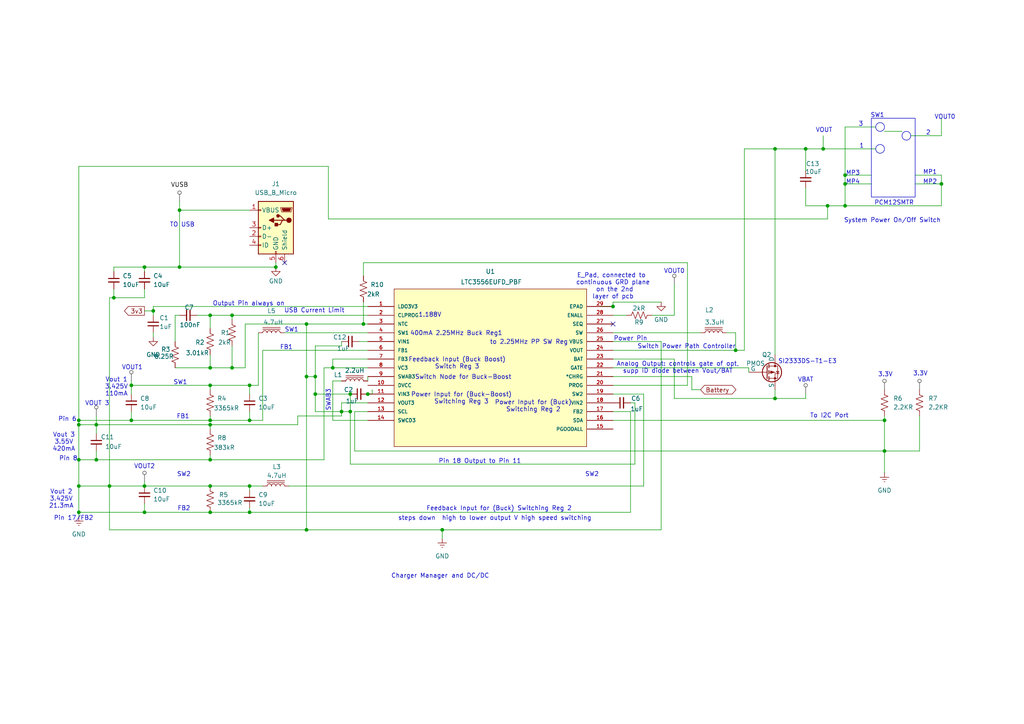
<source format=kicad_sch>
(kicad_sch
	(version 20231120)
	(generator "eeschema")
	(generator_version "8.0")
	(uuid "bb7cd57e-08c4-424a-907a-80dfa0dcf373")
	(paper "A4")
	(title_block
		(title "LTC3556EUFD_PBF")
		(date "11/11/2024")
		(rev "A")
		(company "Team 9")
		(comment 1 "Kirk Young")
	)
	(lib_symbols
		(symbol "Connector:USB_B_Micro"
			(pin_names
				(offset 1.016)
			)
			(exclude_from_sim no)
			(in_bom yes)
			(on_board yes)
			(property "Reference" "J"
				(at -5.08 11.43 0)
				(effects
					(font
						(size 1.27 1.27)
					)
					(justify left)
				)
			)
			(property "Value" "USB_B_Micro"
				(at -5.08 8.89 0)
				(effects
					(font
						(size 1.27 1.27)
					)
					(justify left)
				)
			)
			(property "Footprint" ""
				(at 3.81 -1.27 0)
				(effects
					(font
						(size 1.27 1.27)
					)
					(hide yes)
				)
			)
			(property "Datasheet" "~"
				(at 3.81 -1.27 0)
				(effects
					(font
						(size 1.27 1.27)
					)
					(hide yes)
				)
			)
			(property "Description" "USB Micro Type B connector"
				(at 0 0 0)
				(effects
					(font
						(size 1.27 1.27)
					)
					(hide yes)
				)
			)
			(property "ki_keywords" "connector USB micro"
				(at 0 0 0)
				(effects
					(font
						(size 1.27 1.27)
					)
					(hide yes)
				)
			)
			(property "ki_fp_filters" "USB*"
				(at 0 0 0)
				(effects
					(font
						(size 1.27 1.27)
					)
					(hide yes)
				)
			)
			(symbol "USB_B_Micro_0_1"
				(rectangle
					(start -5.08 -7.62)
					(end 5.08 7.62)
					(stroke
						(width 0.254)
						(type default)
					)
					(fill
						(type background)
					)
				)
				(circle
					(center -3.81 2.159)
					(radius 0.635)
					(stroke
						(width 0.254)
						(type default)
					)
					(fill
						(type outline)
					)
				)
				(circle
					(center -0.635 3.429)
					(radius 0.381)
					(stroke
						(width 0.254)
						(type default)
					)
					(fill
						(type outline)
					)
				)
				(rectangle
					(start -0.127 -7.62)
					(end 0.127 -6.858)
					(stroke
						(width 0)
						(type default)
					)
					(fill
						(type none)
					)
				)
				(polyline
					(pts
						(xy -1.905 2.159) (xy 0.635 2.159)
					)
					(stroke
						(width 0.254)
						(type default)
					)
					(fill
						(type none)
					)
				)
				(polyline
					(pts
						(xy -3.175 2.159) (xy -2.54 2.159) (xy -1.27 3.429) (xy -0.635 3.429)
					)
					(stroke
						(width 0.254)
						(type default)
					)
					(fill
						(type none)
					)
				)
				(polyline
					(pts
						(xy -2.54 2.159) (xy -1.905 2.159) (xy -1.27 0.889) (xy 0 0.889)
					)
					(stroke
						(width 0.254)
						(type default)
					)
					(fill
						(type none)
					)
				)
				(polyline
					(pts
						(xy 0.635 2.794) (xy 0.635 1.524) (xy 1.905 2.159) (xy 0.635 2.794)
					)
					(stroke
						(width 0.254)
						(type default)
					)
					(fill
						(type outline)
					)
				)
				(polyline
					(pts
						(xy -4.318 5.588) (xy -1.778 5.588) (xy -2.032 4.826) (xy -4.064 4.826) (xy -4.318 5.588)
					)
					(stroke
						(width 0)
						(type default)
					)
					(fill
						(type outline)
					)
				)
				(polyline
					(pts
						(xy -4.699 5.842) (xy -4.699 5.588) (xy -4.445 4.826) (xy -4.445 4.572) (xy -1.651 4.572) (xy -1.651 4.826)
						(xy -1.397 5.588) (xy -1.397 5.842) (xy -4.699 5.842)
					)
					(stroke
						(width 0)
						(type default)
					)
					(fill
						(type none)
					)
				)
				(rectangle
					(start 0.254 1.27)
					(end -0.508 0.508)
					(stroke
						(width 0.254)
						(type default)
					)
					(fill
						(type outline)
					)
				)
				(rectangle
					(start 5.08 -5.207)
					(end 4.318 -4.953)
					(stroke
						(width 0)
						(type default)
					)
					(fill
						(type none)
					)
				)
				(rectangle
					(start 5.08 -2.667)
					(end 4.318 -2.413)
					(stroke
						(width 0)
						(type default)
					)
					(fill
						(type none)
					)
				)
				(rectangle
					(start 5.08 -0.127)
					(end 4.318 0.127)
					(stroke
						(width 0)
						(type default)
					)
					(fill
						(type none)
					)
				)
				(rectangle
					(start 5.08 4.953)
					(end 4.318 5.207)
					(stroke
						(width 0)
						(type default)
					)
					(fill
						(type none)
					)
				)
			)
			(symbol "USB_B_Micro_1_1"
				(pin power_out line
					(at 7.62 5.08 180)
					(length 2.54)
					(name "VBUS"
						(effects
							(font
								(size 1.27 1.27)
							)
						)
					)
					(number "1"
						(effects
							(font
								(size 1.27 1.27)
							)
						)
					)
				)
				(pin bidirectional line
					(at 7.62 -2.54 180)
					(length 2.54)
					(name "D-"
						(effects
							(font
								(size 1.27 1.27)
							)
						)
					)
					(number "2"
						(effects
							(font
								(size 1.27 1.27)
							)
						)
					)
				)
				(pin bidirectional line
					(at 7.62 0 180)
					(length 2.54)
					(name "D+"
						(effects
							(font
								(size 1.27 1.27)
							)
						)
					)
					(number "3"
						(effects
							(font
								(size 1.27 1.27)
							)
						)
					)
				)
				(pin passive line
					(at 7.62 -5.08 180)
					(length 2.54)
					(name "ID"
						(effects
							(font
								(size 1.27 1.27)
							)
						)
					)
					(number "4"
						(effects
							(font
								(size 1.27 1.27)
							)
						)
					)
				)
				(pin power_out line
					(at 0 -10.16 90)
					(length 2.54)
					(name "GND"
						(effects
							(font
								(size 1.27 1.27)
							)
						)
					)
					(number "5"
						(effects
							(font
								(size 1.27 1.27)
							)
						)
					)
				)
				(pin passive line
					(at -2.54 -10.16 90)
					(length 2.54)
					(name "Shield"
						(effects
							(font
								(size 1.27 1.27)
							)
						)
					)
					(number "6"
						(effects
							(font
								(size 1.27 1.27)
							)
						)
					)
				)
			)
		)
		(symbol "Device:C_Small"
			(pin_numbers hide)
			(pin_names
				(offset 0.254) hide)
			(exclude_from_sim no)
			(in_bom yes)
			(on_board yes)
			(property "Reference" "C"
				(at 0.254 1.778 0)
				(effects
					(font
						(size 1.27 1.27)
					)
					(justify left)
				)
			)
			(property "Value" "C_Small"
				(at 0.254 -2.032 0)
				(effects
					(font
						(size 1.27 1.27)
					)
					(justify left)
				)
			)
			(property "Footprint" ""
				(at 0 0 0)
				(effects
					(font
						(size 1.27 1.27)
					)
					(hide yes)
				)
			)
			(property "Datasheet" "~"
				(at 0 0 0)
				(effects
					(font
						(size 1.27 1.27)
					)
					(hide yes)
				)
			)
			(property "Description" "Unpolarized capacitor, small symbol"
				(at 0 0 0)
				(effects
					(font
						(size 1.27 1.27)
					)
					(hide yes)
				)
			)
			(property "ki_keywords" "capacitor cap"
				(at 0 0 0)
				(effects
					(font
						(size 1.27 1.27)
					)
					(hide yes)
				)
			)
			(property "ki_fp_filters" "C_*"
				(at 0 0 0)
				(effects
					(font
						(size 1.27 1.27)
					)
					(hide yes)
				)
			)
			(symbol "C_Small_0_1"
				(polyline
					(pts
						(xy -1.524 -0.508) (xy 1.524 -0.508)
					)
					(stroke
						(width 0.3302)
						(type default)
					)
					(fill
						(type none)
					)
				)
				(polyline
					(pts
						(xy -1.524 0.508) (xy 1.524 0.508)
					)
					(stroke
						(width 0.3048)
						(type default)
					)
					(fill
						(type none)
					)
				)
			)
			(symbol "C_Small_1_1"
				(pin passive line
					(at 0 2.54 270)
					(length 2.032)
					(name "~"
						(effects
							(font
								(size 1.27 1.27)
							)
						)
					)
					(number "1"
						(effects
							(font
								(size 1.27 1.27)
							)
						)
					)
				)
				(pin passive line
					(at 0 -2.54 90)
					(length 2.032)
					(name "~"
						(effects
							(font
								(size 1.27 1.27)
							)
						)
					)
					(number "2"
						(effects
							(font
								(size 1.27 1.27)
							)
						)
					)
				)
			)
		)
		(symbol "Device:L_Iron"
			(pin_numbers hide)
			(pin_names
				(offset 1.016) hide)
			(exclude_from_sim no)
			(in_bom yes)
			(on_board yes)
			(property "Reference" "L"
				(at -1.27 0 90)
				(effects
					(font
						(size 1.27 1.27)
					)
				)
			)
			(property "Value" "L_Iron"
				(at 2.794 0 90)
				(effects
					(font
						(size 1.27 1.27)
					)
				)
			)
			(property "Footprint" ""
				(at 0 0 0)
				(effects
					(font
						(size 1.27 1.27)
					)
					(hide yes)
				)
			)
			(property "Datasheet" "~"
				(at 0 0 0)
				(effects
					(font
						(size 1.27 1.27)
					)
					(hide yes)
				)
			)
			(property "Description" "Inductor with iron core"
				(at 0 0 0)
				(effects
					(font
						(size 1.27 1.27)
					)
					(hide yes)
				)
			)
			(property "ki_keywords" "inductor choke coil reactor magnetic"
				(at 0 0 0)
				(effects
					(font
						(size 1.27 1.27)
					)
					(hide yes)
				)
			)
			(property "ki_fp_filters" "Choke_* *Coil* Inductor_* L_*"
				(at 0 0 0)
				(effects
					(font
						(size 1.27 1.27)
					)
					(hide yes)
				)
			)
			(symbol "L_Iron_0_1"
				(arc
					(start 0 -2.54)
					(mid 0.6323 -1.905)
					(end 0 -1.27)
					(stroke
						(width 0)
						(type default)
					)
					(fill
						(type none)
					)
				)
				(arc
					(start 0 -1.27)
					(mid 0.6323 -0.635)
					(end 0 0)
					(stroke
						(width 0)
						(type default)
					)
					(fill
						(type none)
					)
				)
				(polyline
					(pts
						(xy 1.016 2.54) (xy 1.016 -2.54)
					)
					(stroke
						(width 0)
						(type default)
					)
					(fill
						(type none)
					)
				)
				(polyline
					(pts
						(xy 1.524 -2.54) (xy 1.524 2.54)
					)
					(stroke
						(width 0)
						(type default)
					)
					(fill
						(type none)
					)
				)
				(arc
					(start 0 0)
					(mid 0.6323 0.635)
					(end 0 1.27)
					(stroke
						(width 0)
						(type default)
					)
					(fill
						(type none)
					)
				)
				(arc
					(start 0 1.27)
					(mid 0.6323 1.905)
					(end 0 2.54)
					(stroke
						(width 0)
						(type default)
					)
					(fill
						(type none)
					)
				)
			)
			(symbol "L_Iron_1_1"
				(pin passive line
					(at 0 3.81 270)
					(length 1.27)
					(name "1"
						(effects
							(font
								(size 1.27 1.27)
							)
						)
					)
					(number "1"
						(effects
							(font
								(size 1.27 1.27)
							)
						)
					)
				)
				(pin passive line
					(at 0 -3.81 90)
					(length 1.27)
					(name "2"
						(effects
							(font
								(size 1.27 1.27)
							)
						)
					)
					(number "2"
						(effects
							(font
								(size 1.27 1.27)
							)
						)
					)
				)
			)
		)
		(symbol "Device:R_US"
			(pin_numbers hide)
			(pin_names
				(offset 0)
			)
			(exclude_from_sim no)
			(in_bom yes)
			(on_board yes)
			(property "Reference" "R"
				(at 2.54 0 90)
				(effects
					(font
						(size 1.27 1.27)
					)
				)
			)
			(property "Value" "R_US"
				(at -2.54 0 90)
				(effects
					(font
						(size 1.27 1.27)
					)
				)
			)
			(property "Footprint" ""
				(at 1.016 -0.254 90)
				(effects
					(font
						(size 1.27 1.27)
					)
					(hide yes)
				)
			)
			(property "Datasheet" "~"
				(at 0 0 0)
				(effects
					(font
						(size 1.27 1.27)
					)
					(hide yes)
				)
			)
			(property "Description" "Resistor, US symbol"
				(at 0 0 0)
				(effects
					(font
						(size 1.27 1.27)
					)
					(hide yes)
				)
			)
			(property "ki_keywords" "R res resistor"
				(at 0 0 0)
				(effects
					(font
						(size 1.27 1.27)
					)
					(hide yes)
				)
			)
			(property "ki_fp_filters" "R_*"
				(at 0 0 0)
				(effects
					(font
						(size 1.27 1.27)
					)
					(hide yes)
				)
			)
			(symbol "R_US_0_1"
				(polyline
					(pts
						(xy 0 -2.286) (xy 0 -2.54)
					)
					(stroke
						(width 0)
						(type default)
					)
					(fill
						(type none)
					)
				)
				(polyline
					(pts
						(xy 0 2.286) (xy 0 2.54)
					)
					(stroke
						(width 0)
						(type default)
					)
					(fill
						(type none)
					)
				)
				(polyline
					(pts
						(xy 0 -0.762) (xy 1.016 -1.143) (xy 0 -1.524) (xy -1.016 -1.905) (xy 0 -2.286)
					)
					(stroke
						(width 0)
						(type default)
					)
					(fill
						(type none)
					)
				)
				(polyline
					(pts
						(xy 0 0.762) (xy 1.016 0.381) (xy 0 0) (xy -1.016 -0.381) (xy 0 -0.762)
					)
					(stroke
						(width 0)
						(type default)
					)
					(fill
						(type none)
					)
				)
				(polyline
					(pts
						(xy 0 2.286) (xy 1.016 1.905) (xy 0 1.524) (xy -1.016 1.143) (xy 0 0.762)
					)
					(stroke
						(width 0)
						(type default)
					)
					(fill
						(type none)
					)
				)
			)
			(symbol "R_US_1_1"
				(pin passive line
					(at 0 3.81 270)
					(length 1.27)
					(name "~"
						(effects
							(font
								(size 1.27 1.27)
							)
						)
					)
					(number "1"
						(effects
							(font
								(size 1.27 1.27)
							)
						)
					)
				)
				(pin passive line
					(at 0 -3.81 90)
					(length 1.27)
					(name "~"
						(effects
							(font
								(size 1.27 1.27)
							)
						)
					)
					(number "2"
						(effects
							(font
								(size 1.27 1.27)
							)
						)
					)
				)
			)
		)
		(symbol "LTC3556EUFD_PBF:LTC3556EUFD_PBF"
			(pin_names
				(offset 1.016)
			)
			(exclude_from_sim no)
			(in_bom yes)
			(on_board yes)
			(property "Reference" "U"
				(at 30.8356 9.1186 0)
				(effects
					(font
						(size 1.27 1.27)
					)
					(justify left bottom)
				)
			)
			(property "Value" "LTC3556EUFD_PBF"
				(at 30.2006 6.5786 0)
				(effects
					(font
						(size 1.27 1.27)
					)
					(justify left bottom)
				)
			)
			(property "Footprint" "LTC3556EUFD_PBF:QFN-28_UFD"
				(at 0 0 0)
				(effects
					(font
						(size 1.27 1.27)
					)
					(justify bottom)
					(hide yes)
				)
			)
			(property "Datasheet" ""
				(at 0 0 0)
				(effects
					(font
						(size 1.27 1.27)
					)
					(hide yes)
				)
			)
			(property "Description" ""
				(at 0 0 0)
				(effects
					(font
						(size 1.27 1.27)
					)
					(hide yes)
				)
			)
			(property "DigiKey_Part_Number" "505-LTC3556EUFD#PBF-ND"
				(at 0 0 0)
				(effects
					(font
						(size 1.27 1.27)
					)
					(justify bottom)
					(hide yes)
				)
			)
			(property "SnapEDA_Link" "https://www.snapeda.com/parts/LTC3556EUFD%23PBF/Analog+Devices/view-part/?ref=snap"
				(at 0 0 0)
				(effects
					(font
						(size 1.27 1.27)
					)
					(justify bottom)
					(hide yes)
				)
			)
			(property "VENDOR" "Linear Technology"
				(at 0 0 0)
				(effects
					(font
						(size 1.27 1.27)
					)
					(justify bottom)
					(hide yes)
				)
			)
			(property "Description_1" "\n                        \n                            High Efﬁciency USB Power Manager with Dual Buck and Buck-Boost DC/DCs\n                        \n"
				(at 0 0 0)
				(effects
					(font
						(size 1.27 1.27)
					)
					(justify bottom)
					(hide yes)
				)
			)
			(property "Package" "QFN -28 Analog Devices"
				(at 0 0 0)
				(effects
					(font
						(size 1.27 1.27)
					)
					(justify bottom)
					(hide yes)
				)
			)
			(property "Check_prices" "https://www.snapeda.com/parts/LTC3556EUFD%23PBF/Analog+Devices/view-part/?ref=eda"
				(at 0 0 0)
				(effects
					(font
						(size 1.27 1.27)
					)
					(justify bottom)
					(hide yes)
				)
			)
			(property "MF" "Analog Devices"
				(at 0 0 0)
				(effects
					(font
						(size 1.27 1.27)
					)
					(justify bottom)
					(hide yes)
				)
			)
			(property "MP" "LTC3556EUFD#PBF"
				(at 0 0 0)
				(effects
					(font
						(size 1.27 1.27)
					)
					(justify bottom)
					(hide yes)
				)
			)
			(property "MANUFACTURER_PART_NUMBER" "ltc3556eufd#pbf"
				(at 0 0 0)
				(effects
					(font
						(size 1.27 1.27)
					)
					(justify bottom)
					(hide yes)
				)
			)
			(symbol "LTC3556EUFD_PBF_0_0"
				(rectangle
					(start 7.62 -40.64)
					(end 63.5 5.08)
					(stroke
						(width 0.1524)
						(type default)
					)
					(fill
						(type background)
					)
				)
				(pin output line
					(at 0 0 0)
					(length 7.62)
					(name "LDO3V3"
						(effects
							(font
								(size 1.016 1.016)
							)
						)
					)
					(number "1"
						(effects
							(font
								(size 1.016 1.016)
							)
						)
					)
				)
				(pin power_in line
					(at 0 -22.86 0)
					(length 7.62)
					(name "DVCC"
						(effects
							(font
								(size 1.016 1.016)
							)
						)
					)
					(number "10"
						(effects
							(font
								(size 1.016 1.016)
							)
						)
					)
				)
				(pin input line
					(at 0 -25.4 0)
					(length 7.62)
					(name "VIN3"
						(effects
							(font
								(size 1.016 1.016)
							)
						)
					)
					(number "11"
						(effects
							(font
								(size 1.016 1.016)
							)
						)
					)
				)
				(pin output line
					(at 0 -27.94 0)
					(length 7.62)
					(name "VOUT3"
						(effects
							(font
								(size 1.016 1.016)
							)
						)
					)
					(number "12"
						(effects
							(font
								(size 1.016 1.016)
							)
						)
					)
				)
				(pin input line
					(at 0 -30.48 0)
					(length 7.62)
					(name "SCL"
						(effects
							(font
								(size 1.016 1.016)
							)
						)
					)
					(number "13"
						(effects
							(font
								(size 1.016 1.016)
							)
						)
					)
				)
				(pin passive line
					(at 0 -33.02 0)
					(length 7.62)
					(name "SWCD3"
						(effects
							(font
								(size 1.016 1.016)
							)
						)
					)
					(number "14"
						(effects
							(font
								(size 1.016 1.016)
							)
						)
					)
				)
				(pin output line
					(at 71.12 -35.56 180)
					(length 7.62)
					(name "PGOODALL"
						(effects
							(font
								(size 1.016 1.016)
							)
						)
					)
					(number "15"
						(effects
							(font
								(size 1.016 1.016)
							)
						)
					)
				)
				(pin input line
					(at 71.12 -33.02 180)
					(length 7.62)
					(name "SDA"
						(effects
							(font
								(size 1.016 1.016)
							)
						)
					)
					(number "16"
						(effects
							(font
								(size 1.016 1.016)
							)
						)
					)
				)
				(pin input line
					(at 71.12 -30.48 180)
					(length 7.62)
					(name "FB2"
						(effects
							(font
								(size 1.016 1.016)
							)
						)
					)
					(number "17"
						(effects
							(font
								(size 1.016 1.016)
							)
						)
					)
				)
				(pin input line
					(at 71.12 -27.94 180)
					(length 7.62)
					(name "VIN2"
						(effects
							(font
								(size 1.016 1.016)
							)
						)
					)
					(number "18"
						(effects
							(font
								(size 1.016 1.016)
							)
						)
					)
				)
				(pin passive line
					(at 71.12 -25.4 180)
					(length 7.62)
					(name "SW2"
						(effects
							(font
								(size 1.016 1.016)
							)
						)
					)
					(number "19"
						(effects
							(font
								(size 1.016 1.016)
							)
						)
					)
				)
				(pin passive line
					(at 0 -2.54 0)
					(length 7.62)
					(name "CLPROG"
						(effects
							(font
								(size 1.016 1.016)
							)
						)
					)
					(number "2"
						(effects
							(font
								(size 1.016 1.016)
							)
						)
					)
				)
				(pin passive line
					(at 71.12 -22.86 180)
					(length 7.62)
					(name "PROG"
						(effects
							(font
								(size 1.016 1.016)
							)
						)
					)
					(number "20"
						(effects
							(font
								(size 1.016 1.016)
							)
						)
					)
				)
				(pin output line
					(at 71.12 -20.32 180)
					(length 7.62)
					(name "*CHRG"
						(effects
							(font
								(size 1.016 1.016)
							)
						)
					)
					(number "21"
						(effects
							(font
								(size 1.016 1.016)
							)
						)
					)
				)
				(pin output line
					(at 71.12 -17.78 180)
					(length 7.62)
					(name "GATE"
						(effects
							(font
								(size 1.016 1.016)
							)
						)
					)
					(number "22"
						(effects
							(font
								(size 1.016 1.016)
							)
						)
					)
				)
				(pin passive line
					(at 71.12 -15.24 180)
					(length 7.62)
					(name "BAT"
						(effects
							(font
								(size 1.016 1.016)
							)
						)
					)
					(number "23"
						(effects
							(font
								(size 1.016 1.016)
							)
						)
					)
				)
				(pin output line
					(at 71.12 -12.7 180)
					(length 7.62)
					(name "VOUT"
						(effects
							(font
								(size 1.016 1.016)
							)
						)
					)
					(number "24"
						(effects
							(font
								(size 1.016 1.016)
							)
						)
					)
				)
				(pin input line
					(at 71.12 -10.16 180)
					(length 7.62)
					(name "VBUS"
						(effects
							(font
								(size 1.016 1.016)
							)
						)
					)
					(number "25"
						(effects
							(font
								(size 1.016 1.016)
							)
						)
					)
				)
				(pin passive line
					(at 71.12 -7.62 180)
					(length 7.62)
					(name "SW"
						(effects
							(font
								(size 1.016 1.016)
							)
						)
					)
					(number "26"
						(effects
							(font
								(size 1.016 1.016)
							)
						)
					)
				)
				(pin input line
					(at 71.12 -5.08 180)
					(length 7.62)
					(name "SEQ"
						(effects
							(font
								(size 1.016 1.016)
							)
						)
					)
					(number "27"
						(effects
							(font
								(size 1.016 1.016)
							)
						)
					)
				)
				(pin input line
					(at 71.12 -2.54 180)
					(length 7.62)
					(name "ENALL"
						(effects
							(font
								(size 1.016 1.016)
							)
						)
					)
					(number "28"
						(effects
							(font
								(size 1.016 1.016)
							)
						)
					)
				)
				(pin passive line
					(at 71.12 0 180)
					(length 7.62)
					(name "EPAD"
						(effects
							(font
								(size 1.016 1.016)
							)
						)
					)
					(number "29"
						(effects
							(font
								(size 1.016 1.016)
							)
						)
					)
				)
				(pin input line
					(at 0 -5.08 0)
					(length 7.62)
					(name "NTC"
						(effects
							(font
								(size 1.016 1.016)
							)
						)
					)
					(number "3"
						(effects
							(font
								(size 1.016 1.016)
							)
						)
					)
				)
				(pin passive line
					(at 0 -7.62 0)
					(length 7.62)
					(name "SW1"
						(effects
							(font
								(size 1.016 1.016)
							)
						)
					)
					(number "4"
						(effects
							(font
								(size 1.016 1.016)
							)
						)
					)
				)
				(pin input line
					(at 0 -10.16 0)
					(length 7.62)
					(name "VIN1"
						(effects
							(font
								(size 1.016 1.016)
							)
						)
					)
					(number "5"
						(effects
							(font
								(size 1.016 1.016)
							)
						)
					)
				)
				(pin input line
					(at 0 -12.7 0)
					(length 7.62)
					(name "FB1"
						(effects
							(font
								(size 1.016 1.016)
							)
						)
					)
					(number "6"
						(effects
							(font
								(size 1.016 1.016)
							)
						)
					)
				)
				(pin input line
					(at 0 -15.24 0)
					(length 7.62)
					(name "FB3"
						(effects
							(font
								(size 1.016 1.016)
							)
						)
					)
					(number "7"
						(effects
							(font
								(size 1.016 1.016)
							)
						)
					)
				)
				(pin output line
					(at 0 -17.78 0)
					(length 7.62)
					(name "VC3"
						(effects
							(font
								(size 1.016 1.016)
							)
						)
					)
					(number "8"
						(effects
							(font
								(size 1.016 1.016)
							)
						)
					)
				)
				(pin passive line
					(at 0 -20.32 0)
					(length 7.62)
					(name "SWAB3"
						(effects
							(font
								(size 1.016 1.016)
							)
						)
					)
					(number "9"
						(effects
							(font
								(size 1.016 1.016)
							)
						)
					)
				)
			)
		)
		(symbol "Simulation_SPICE:PMOS"
			(pin_numbers hide)
			(pin_names
				(offset 0)
			)
			(exclude_from_sim no)
			(in_bom yes)
			(on_board yes)
			(property "Reference" "Q"
				(at 5.08 1.27 0)
				(effects
					(font
						(size 1.27 1.27)
					)
					(justify left)
				)
			)
			(property "Value" "PMOS"
				(at 5.08 -1.27 0)
				(effects
					(font
						(size 1.27 1.27)
					)
					(justify left)
				)
			)
			(property "Footprint" ""
				(at 5.08 2.54 0)
				(effects
					(font
						(size 1.27 1.27)
					)
					(hide yes)
				)
			)
			(property "Datasheet" "https://ngspice.sourceforge.io/docs/ngspice-html-manual/manual.xhtml#cha_MOSFETs"
				(at 0 -12.7 0)
				(effects
					(font
						(size 1.27 1.27)
					)
					(hide yes)
				)
			)
			(property "Description" "P-MOSFET transistor, drain/source/gate"
				(at 0 0 0)
				(effects
					(font
						(size 1.27 1.27)
					)
					(hide yes)
				)
			)
			(property "Sim.Device" "PMOS"
				(at 0 -17.145 0)
				(effects
					(font
						(size 1.27 1.27)
					)
					(hide yes)
				)
			)
			(property "Sim.Type" "VDMOS"
				(at 0 -19.05 0)
				(effects
					(font
						(size 1.27 1.27)
					)
					(hide yes)
				)
			)
			(property "Sim.Pins" "1=D 2=G 3=S"
				(at 0 -15.24 0)
				(effects
					(font
						(size 1.27 1.27)
					)
					(hide yes)
				)
			)
			(property "ki_keywords" "transistor PMOS P-MOS P-MOSFET simulation"
				(at 0 0 0)
				(effects
					(font
						(size 1.27 1.27)
					)
					(hide yes)
				)
			)
			(symbol "PMOS_0_1"
				(polyline
					(pts
						(xy 0.254 0) (xy -2.54 0)
					)
					(stroke
						(width 0)
						(type default)
					)
					(fill
						(type none)
					)
				)
				(polyline
					(pts
						(xy 0.254 1.905) (xy 0.254 -1.905)
					)
					(stroke
						(width 0.254)
						(type default)
					)
					(fill
						(type none)
					)
				)
				(polyline
					(pts
						(xy 0.762 -1.27) (xy 0.762 -2.286)
					)
					(stroke
						(width 0.254)
						(type default)
					)
					(fill
						(type none)
					)
				)
				(polyline
					(pts
						(xy 0.762 0.508) (xy 0.762 -0.508)
					)
					(stroke
						(width 0.254)
						(type default)
					)
					(fill
						(type none)
					)
				)
				(polyline
					(pts
						(xy 0.762 2.286) (xy 0.762 1.27)
					)
					(stroke
						(width 0.254)
						(type default)
					)
					(fill
						(type none)
					)
				)
				(polyline
					(pts
						(xy 2.54 2.54) (xy 2.54 1.778)
					)
					(stroke
						(width 0)
						(type default)
					)
					(fill
						(type none)
					)
				)
				(polyline
					(pts
						(xy 2.54 -2.54) (xy 2.54 0) (xy 0.762 0)
					)
					(stroke
						(width 0)
						(type default)
					)
					(fill
						(type none)
					)
				)
				(polyline
					(pts
						(xy 0.762 1.778) (xy 3.302 1.778) (xy 3.302 -1.778) (xy 0.762 -1.778)
					)
					(stroke
						(width 0)
						(type default)
					)
					(fill
						(type none)
					)
				)
				(polyline
					(pts
						(xy 2.286 0) (xy 1.27 0.381) (xy 1.27 -0.381) (xy 2.286 0)
					)
					(stroke
						(width 0)
						(type default)
					)
					(fill
						(type outline)
					)
				)
				(polyline
					(pts
						(xy 2.794 -0.508) (xy 2.921 -0.381) (xy 3.683 -0.381) (xy 3.81 -0.254)
					)
					(stroke
						(width 0)
						(type default)
					)
					(fill
						(type none)
					)
				)
				(polyline
					(pts
						(xy 3.302 -0.381) (xy 2.921 0.254) (xy 3.683 0.254) (xy 3.302 -0.381)
					)
					(stroke
						(width 0)
						(type default)
					)
					(fill
						(type none)
					)
				)
				(circle
					(center 1.651 0)
					(radius 2.794)
					(stroke
						(width 0.254)
						(type default)
					)
					(fill
						(type none)
					)
				)
				(circle
					(center 2.54 -1.778)
					(radius 0.254)
					(stroke
						(width 0)
						(type default)
					)
					(fill
						(type outline)
					)
				)
				(circle
					(center 2.54 1.778)
					(radius 0.254)
					(stroke
						(width 0)
						(type default)
					)
					(fill
						(type outline)
					)
				)
			)
			(symbol "PMOS_1_1"
				(pin passive line
					(at 2.54 5.08 270)
					(length 2.54)
					(name "D"
						(effects
							(font
								(size 1.27 1.27)
							)
						)
					)
					(number "1"
						(effects
							(font
								(size 1.27 1.27)
							)
						)
					)
				)
				(pin input line
					(at -5.08 0 0)
					(length 2.54)
					(name "G"
						(effects
							(font
								(size 1.27 1.27)
							)
						)
					)
					(number "2"
						(effects
							(font
								(size 1.27 1.27)
							)
						)
					)
				)
				(pin passive line
					(at 2.54 -5.08 90)
					(length 2.54)
					(name "S"
						(effects
							(font
								(size 1.27 1.27)
							)
						)
					)
					(number "3"
						(effects
							(font
								(size 1.27 1.27)
							)
						)
					)
				)
			)
		)
		(symbol "power:Earth"
			(power)
			(pin_numbers hide)
			(pin_names
				(offset 0) hide)
			(exclude_from_sim no)
			(in_bom yes)
			(on_board yes)
			(property "Reference" "#PWR"
				(at 0 -6.35 0)
				(effects
					(font
						(size 1.27 1.27)
					)
					(hide yes)
				)
			)
			(property "Value" "Earth"
				(at 0 -3.81 0)
				(effects
					(font
						(size 1.27 1.27)
					)
				)
			)
			(property "Footprint" ""
				(at 0 0 0)
				(effects
					(font
						(size 1.27 1.27)
					)
					(hide yes)
				)
			)
			(property "Datasheet" "~"
				(at 0 0 0)
				(effects
					(font
						(size 1.27 1.27)
					)
					(hide yes)
				)
			)
			(property "Description" "Power symbol creates a global label with name \"Earth\""
				(at 0 0 0)
				(effects
					(font
						(size 1.27 1.27)
					)
					(hide yes)
				)
			)
			(property "ki_keywords" "global ground gnd"
				(at 0 0 0)
				(effects
					(font
						(size 1.27 1.27)
					)
					(hide yes)
				)
			)
			(symbol "Earth_0_1"
				(polyline
					(pts
						(xy -0.635 -1.905) (xy 0.635 -1.905)
					)
					(stroke
						(width 0)
						(type default)
					)
					(fill
						(type none)
					)
				)
				(polyline
					(pts
						(xy -0.127 -2.54) (xy 0.127 -2.54)
					)
					(stroke
						(width 0)
						(type default)
					)
					(fill
						(type none)
					)
				)
				(polyline
					(pts
						(xy 0 -1.27) (xy 0 0)
					)
					(stroke
						(width 0)
						(type default)
					)
					(fill
						(type none)
					)
				)
				(polyline
					(pts
						(xy 1.27 -1.27) (xy -1.27 -1.27)
					)
					(stroke
						(width 0)
						(type default)
					)
					(fill
						(type none)
					)
				)
			)
			(symbol "Earth_1_1"
				(pin power_in line
					(at 0 0 270)
					(length 0)
					(name "~"
						(effects
							(font
								(size 1.27 1.27)
							)
						)
					)
					(number "1"
						(effects
							(font
								(size 1.27 1.27)
							)
						)
					)
				)
			)
		)
		(symbol "power:GND"
			(power)
			(pin_numbers hide)
			(pin_names
				(offset 0) hide)
			(exclude_from_sim no)
			(in_bom yes)
			(on_board yes)
			(property "Reference" "#PWR"
				(at 0 -6.35 0)
				(effects
					(font
						(size 1.27 1.27)
					)
					(hide yes)
				)
			)
			(property "Value" "GND"
				(at 0 -3.81 0)
				(effects
					(font
						(size 1.27 1.27)
					)
				)
			)
			(property "Footprint" ""
				(at 0 0 0)
				(effects
					(font
						(size 1.27 1.27)
					)
					(hide yes)
				)
			)
			(property "Datasheet" ""
				(at 0 0 0)
				(effects
					(font
						(size 1.27 1.27)
					)
					(hide yes)
				)
			)
			(property "Description" "Power symbol creates a global label with name \"GND\" , ground"
				(at 0 0 0)
				(effects
					(font
						(size 1.27 1.27)
					)
					(hide yes)
				)
			)
			(property "ki_keywords" "global power"
				(at 0 0 0)
				(effects
					(font
						(size 1.27 1.27)
					)
					(hide yes)
				)
			)
			(symbol "GND_0_1"
				(polyline
					(pts
						(xy 0 0) (xy 0 -1.27) (xy 1.27 -1.27) (xy 0 -2.54) (xy -1.27 -1.27) (xy 0 -1.27)
					)
					(stroke
						(width 0)
						(type default)
					)
					(fill
						(type none)
					)
				)
			)
			(symbol "GND_1_1"
				(pin power_in line
					(at 0 0 270)
					(length 0)
					(name "~"
						(effects
							(font
								(size 1.27 1.27)
							)
						)
					)
					(number "1"
						(effects
							(font
								(size 1.27 1.27)
							)
						)
					)
				)
			)
		)
	)
	(junction
		(at 60.96 123.19)
		(diameter 0)
		(color 0 0 0 0)
		(uuid "010ec85a-3cf6-4524-909a-f324756f94d8")
	)
	(junction
		(at 44.45 90.17)
		(diameter 0)
		(color 0 0 0 0)
		(uuid "02cc84eb-4da5-436f-82c0-0aa4b25db1bd")
	)
	(junction
		(at 106.68 114.3)
		(diameter 0)
		(color 0 0 0 0)
		(uuid "05e74d1d-f07a-4836-9748-e93f2db41fb6")
	)
	(junction
		(at 38.1 121.92)
		(diameter 0)
		(color 0 0 0 0)
		(uuid "073054fd-f7d8-4724-8254-897d19d575fe")
	)
	(junction
		(at 224.79 115.57)
		(diameter 0)
		(color 0 0 0 0)
		(uuid "094b415c-67fd-45c8-a6e5-f1bf0ed7a7ab")
	)
	(junction
		(at 245.11 50.8)
		(diameter 0)
		(color 0 0 0 0)
		(uuid "0d7465a3-956a-4faf-b3ce-a44db6cbd1f7")
	)
	(junction
		(at 33.02 86.36)
		(diameter 0)
		(color 0 0 0 0)
		(uuid "0e206129-85d3-4195-99fb-8f1957bb8d49")
	)
	(junction
		(at 213.36 101.6)
		(diameter 0)
		(color 0 0 0 0)
		(uuid "0fe2e9d6-1781-475f-b56f-a43ef39d97ea")
	)
	(junction
		(at 27.94 133.35)
		(diameter 0)
		(color 0 0 0 0)
		(uuid "16ae8f98-e5c4-4d50-ba3c-a8e9a0cea7da")
	)
	(junction
		(at 72.39 121.92)
		(diameter 0)
		(color 0 0 0 0)
		(uuid "1e040eb9-5b5c-4d67-adc9-9dc0a9804a30")
	)
	(junction
		(at 52.07 60.96)
		(diameter 0)
		(color 0 0 0 0)
		(uuid "20f076ef-d5ef-4724-b9e9-000051a3373e")
	)
	(junction
		(at 60.96 111.76)
		(diameter 0)
		(color 0 0 0 0)
		(uuid "225b20ce-d4d0-4c26-95d6-ecc1956717d1")
	)
	(junction
		(at 101.6 114.3)
		(diameter 0)
		(color 0 0 0 0)
		(uuid "2895b40a-a39a-40f1-95f0-40df2d94211a")
	)
	(junction
		(at 88.9 109.22)
		(diameter 0)
		(color 0 0 0 0)
		(uuid "29a4f2c7-4913-4a39-a3a6-3afc51698a94")
	)
	(junction
		(at 224.79 43.18)
		(diameter 0)
		(color 0 0 0 0)
		(uuid "2c6fa0f6-b013-4a1c-be46-6664034df150")
	)
	(junction
		(at 72.39 111.76)
		(diameter 0)
		(color 0 0 0 0)
		(uuid "2e3e83e1-50a2-4363-9ca0-b8791e66aba4")
	)
	(junction
		(at 91.44 114.3)
		(diameter 0)
		(color 0 0 0 0)
		(uuid "32976e5b-9fb7-4d3e-a108-eec75b395c89")
	)
	(junction
		(at 52.07 77.47)
		(diameter 0)
		(color 0 0 0 0)
		(uuid "35c750e2-a78b-4b23-9c56-8791fc0ece5c")
	)
	(junction
		(at 72.39 148.59)
		(diameter 0)
		(color 0 0 0 0)
		(uuid "3f63b46a-fb51-4efe-aab2-4f1c37fe3a63")
	)
	(junction
		(at 22.86 133.35)
		(diameter 0)
		(color 0 0 0 0)
		(uuid "3f912019-8111-4cf3-b6cb-a43dd3445654")
	)
	(junction
		(at 238.76 43.18)
		(diameter 0)
		(color 0 0 0 0)
		(uuid "47de8afe-ed8a-4e93-803c-cb76e8a9755d")
	)
	(junction
		(at 60.96 121.92)
		(diameter 0)
		(color 0 0 0 0)
		(uuid "4fce4469-7200-4dd9-92de-eb14c21098f2")
	)
	(junction
		(at 245.11 53.34)
		(diameter 0)
		(color 0 0 0 0)
		(uuid "59d57fa1-76ba-4036-8ac2-875ad2d942c3")
	)
	(junction
		(at 41.91 140.97)
		(diameter 0)
		(color 0 0 0 0)
		(uuid "616ced8a-94c0-46bc-a6e4-50d182713322")
	)
	(junction
		(at 38.1 111.76)
		(diameter 0)
		(color 0 0 0 0)
		(uuid "62ea933c-39ad-4775-a24d-ee259adaf40f")
	)
	(junction
		(at 27.94 123.19)
		(diameter 0)
		(color 0 0 0 0)
		(uuid "6585a9ec-d0bf-4037-abc3-b3cb2b23f57e")
	)
	(junction
		(at 245.11 59.69)
		(diameter 0)
		(color 0 0 0 0)
		(uuid "6c3b0205-5b52-4790-8dc4-24cefd26915f")
	)
	(junction
		(at 105.41 93.98)
		(diameter 0)
		(color 0 0 0 0)
		(uuid "789aabfd-dc0d-4a37-808b-d0553dcc51e6")
	)
	(junction
		(at 99.06 119.38)
		(diameter 0)
		(color 0 0 0 0)
		(uuid "7edfbd7d-5b66-4da7-b8b4-9099076f80d8")
	)
	(junction
		(at 41.91 77.47)
		(diameter 0)
		(color 0 0 0 0)
		(uuid "82d29331-12df-4fe3-bc69-e6f132c15972")
	)
	(junction
		(at 91.44 109.22)
		(diameter 0)
		(color 0 0 0 0)
		(uuid "89e6b1c0-924a-445a-944d-687ae3ecdf6b")
	)
	(junction
		(at 31.75 140.97)
		(diameter 0)
		(color 0 0 0 0)
		(uuid "8c3f636c-8ef7-490b-a99c-fba224ef65b0")
	)
	(junction
		(at 256.54 121.92)
		(diameter 0)
		(color 0 0 0 0)
		(uuid "92090e90-7291-4049-9597-1ad082379e96")
	)
	(junction
		(at 72.39 140.97)
		(diameter 0)
		(color 0 0 0 0)
		(uuid "98248427-fd7a-4d20-b95b-06423063bd51")
	)
	(junction
		(at 233.68 43.18)
		(diameter 0)
		(color 0 0 0 0)
		(uuid "9bdc8015-0b5e-46b2-8453-495db7fb2ef0")
	)
	(junction
		(at 80.01 77.47)
		(diameter 0)
		(color 0 0 0 0)
		(uuid "9dea90cc-6d75-4088-b058-0b2a2c0e9424")
	)
	(junction
		(at 101.6 119.38)
		(diameter 0)
		(color 0 0 0 0)
		(uuid "a2866636-7aad-492f-9e4a-181ed2bc220d")
	)
	(junction
		(at 240.03 59.69)
		(diameter 0)
		(color 0 0 0 0)
		(uuid "a5d912ed-e2c6-4866-8a0e-26eb3ff4f56a")
	)
	(junction
		(at 41.91 148.59)
		(diameter 0)
		(color 0 0 0 0)
		(uuid "ab003e20-9275-44ff-b5fe-aabbba79b777")
	)
	(junction
		(at 60.96 133.35)
		(diameter 0)
		(color 0 0 0 0)
		(uuid "b0870358-505f-4c5f-b3db-0f4e3785e27e")
	)
	(junction
		(at 67.31 91.44)
		(diameter 0)
		(color 0 0 0 0)
		(uuid "b115c2a8-d333-413f-98be-414f585e6a37")
	)
	(junction
		(at 60.96 91.44)
		(diameter 0)
		(color 0 0 0 0)
		(uuid "ba435510-3b09-4f79-b95f-91a5797f261b")
	)
	(junction
		(at 177.8 88.9)
		(diameter 0)
		(color 0 0 0 0)
		(uuid "bbc52f0f-a09b-4710-8e06-f4b804796544")
	)
	(junction
		(at 22.86 121.92)
		(diameter 0)
		(color 0 0 0 0)
		(uuid "bd0916d4-a525-4acc-89f9-30cc95997d10")
	)
	(junction
		(at 256.54 130.81)
		(diameter 0)
		(color 0 0 0 0)
		(uuid "c0c300a2-cea0-46df-a51a-2a1fefa1321c")
	)
	(junction
		(at 96.52 106.68)
		(diameter 0)
		(color 0 0 0 0)
		(uuid "c3476db2-3b6b-49e5-b468-2d5d2c87559f")
	)
	(junction
		(at 22.86 140.97)
		(diameter 0)
		(color 0 0 0 0)
		(uuid "c5729633-a08d-4c6b-a8ad-be83d5975920")
	)
	(junction
		(at 128.27 153.67)
		(diameter 0)
		(color 0 0 0 0)
		(uuid "c9aadab3-353f-448e-bce4-a8d1c4df01ac")
	)
	(junction
		(at 60.96 140.97)
		(diameter 0)
		(color 0 0 0 0)
		(uuid "d23998b4-6d94-404d-9532-013bfad1e61b")
	)
	(junction
		(at 60.96 106.68)
		(diameter 0)
		(color 0 0 0 0)
		(uuid "d643ebf9-50c0-4163-a199-2ac85814a79c")
	)
	(junction
		(at 22.86 148.59)
		(diameter 0)
		(color 0 0 0 0)
		(uuid "e4b95524-50cc-468c-98e0-e111008074ba")
	)
	(junction
		(at 67.31 106.68)
		(diameter 0)
		(color 0 0 0 0)
		(uuid "e9443e9b-575b-43fa-8b36-d9485997fc97")
	)
	(junction
		(at 22.86 123.19)
		(diameter 0)
		(color 0 0 0 0)
		(uuid "eaeb0385-695f-4f05-827f-f661f13fd408")
	)
	(junction
		(at 273.05 53.34)
		(diameter 0)
		(color 0 0 0 0)
		(uuid "f27d1266-30fd-47bd-a266-b83828341251")
	)
	(junction
		(at 60.96 148.59)
		(diameter 0)
		(color 0 0 0 0)
		(uuid "f977707c-1e90-45ab-b0d0-678dc0ff1765")
	)
	(junction
		(at 88.9 153.67)
		(diameter 0)
		(color 0 0 0 0)
		(uuid "fb917125-d03d-4633-a865-2c8d81ff2b9c")
	)
	(junction
		(at 88.9 93.98)
		(diameter 0)
		(color 0 0 0 0)
		(uuid "fccd792d-774c-41ec-a0d0-a222ab6eddc2")
	)
	(no_connect
		(at 177.8 93.98)
		(uuid "e11446ba-12e9-4526-bd6a-9523be50574e")
	)
	(no_connect
		(at 82.55 76.2)
		(uuid "e1a2a664-b722-4da4-8bc4-6e3c0e424ade")
	)
	(wire
		(pts
			(xy 93.98 106.68) (xy 93.98 133.35)
		)
		(stroke
			(width 0)
			(type default)
		)
		(uuid "0033721f-7f4e-4e61-aeaa-659e0880a002")
	)
	(wire
		(pts
			(xy 50.8 91.44) (xy 50.8 99.06)
		)
		(stroke
			(width 0)
			(type default)
		)
		(uuid "01167074-4703-4034-be04-f47db4590d9b")
	)
	(wire
		(pts
			(xy 31.75 140.97) (xy 41.91 140.97)
		)
		(stroke
			(width 0)
			(type default)
		)
		(uuid "02cecf7d-b3f7-4081-b776-baea15d0b113")
	)
	(wire
		(pts
			(xy 72.39 147.32) (xy 72.39 148.59)
		)
		(stroke
			(width 0)
			(type default)
		)
		(uuid "0341d1bd-e6dc-412b-9e2d-4777e19a2076")
	)
	(wire
		(pts
			(xy 41.91 90.17) (xy 44.45 90.17)
		)
		(stroke
			(width 0)
			(type default)
		)
		(uuid "036c87a1-6152-4ad4-9ddf-ed35ae83adce")
	)
	(wire
		(pts
			(xy 99.06 119.38) (xy 101.6 119.38)
		)
		(stroke
			(width 0)
			(type default)
		)
		(uuid "07f0a1d0-1a59-4bb4-bd6d-b9cb3bf766c4")
	)
	(wire
		(pts
			(xy 177.8 119.38) (xy 182.88 119.38)
		)
		(stroke
			(width 0)
			(type default)
		)
		(uuid "080b904e-bb8e-4d7c-8190-2125ca1e5307")
	)
	(wire
		(pts
			(xy 60.96 121.92) (xy 72.39 121.92)
		)
		(stroke
			(width 0)
			(type default)
		)
		(uuid "0b05d130-8387-4a3a-9436-73eb58347bfa")
	)
	(wire
		(pts
			(xy 60.96 111.76) (xy 72.39 111.76)
		)
		(stroke
			(width 0)
			(type default)
		)
		(uuid "0ed93086-7a24-4c3a-b987-3ad8024a86bf")
	)
	(wire
		(pts
			(xy 215.9 43.18) (xy 215.9 101.6)
		)
		(stroke
			(width 0)
			(type default)
		)
		(uuid "0f8a60cc-d6f8-4d59-bfff-4d0f3715c085")
	)
	(wire
		(pts
			(xy 107.95 113.03) (xy 107.95 114.3)
		)
		(stroke
			(width 0)
			(type default)
		)
		(uuid "10a356b7-f259-4371-972d-7be617297f76")
	)
	(wire
		(pts
			(xy 86.36 123.19) (xy 60.96 123.19)
		)
		(stroke
			(width 0)
			(type default)
		)
		(uuid "1156a4f4-c401-43ad-8e4f-fb1aac4bc51b")
	)
	(wire
		(pts
			(xy 173.99 88.9) (xy 177.8 88.9)
		)
		(stroke
			(width 0)
			(type default)
		)
		(uuid "14077657-936f-4793-8a64-911c38a6885a")
	)
	(wire
		(pts
			(xy 27.94 123.19) (xy 27.94 125.73)
		)
		(stroke
			(width 0)
			(type default)
		)
		(uuid "1440bb06-d0ea-42e6-b3c2-4b41f799e73f")
	)
	(wire
		(pts
			(xy 199.39 111.76) (xy 199.39 76.2)
		)
		(stroke
			(width 0)
			(type default)
		)
		(uuid "145fd314-c96f-456e-8529-e157418697bc")
	)
	(wire
		(pts
			(xy 41.91 146.05) (xy 41.91 148.59)
		)
		(stroke
			(width 0)
			(type default)
		)
		(uuid "1495db25-9506-40a3-aa95-f7cf2d588d3d")
	)
	(wire
		(pts
			(xy 60.96 91.44) (xy 67.31 91.44)
		)
		(stroke
			(width 0)
			(type default)
		)
		(uuid "18d5b3c6-7ce1-468c-b6eb-ec88c8964ac3")
	)
	(wire
		(pts
			(xy 200.66 109.22) (xy 200.66 113.03)
		)
		(stroke
			(width 0)
			(type default)
		)
		(uuid "19652090-5d62-49d3-8f79-f19c6309f649")
	)
	(wire
		(pts
			(xy 224.79 115.57) (xy 233.68 115.57)
		)
		(stroke
			(width 0)
			(type default)
		)
		(uuid "19825fbc-ea54-4666-9c29-183620f2d3d2")
	)
	(wire
		(pts
			(xy 88.9 109.22) (xy 88.9 153.67)
		)
		(stroke
			(width 0)
			(type default)
		)
		(uuid "1be3e604-9b5b-4ae9-9177-05ef43097dbb")
	)
	(wire
		(pts
			(xy 182.88 148.59) (xy 72.39 148.59)
		)
		(stroke
			(width 0)
			(type default)
		)
		(uuid "1c692fed-01e9-4599-9418-69927cd65a1c")
	)
	(wire
		(pts
			(xy 200.66 113.03) (xy 203.2 113.03)
		)
		(stroke
			(width 0)
			(type default)
		)
		(uuid "1cd5f34a-1c83-4dfa-921a-e32be591d75a")
	)
	(wire
		(pts
			(xy 72.39 119.38) (xy 72.39 121.92)
		)
		(stroke
			(width 0)
			(type default)
		)
		(uuid "1d9dc288-9090-40af-a959-2485e56894a1")
	)
	(wire
		(pts
			(xy 245.11 36.83) (xy 254 36.83)
		)
		(stroke
			(width 0)
			(type default)
		)
		(uuid "1da524a8-a7e8-4d08-b6d1-e7ffe5169b31")
	)
	(wire
		(pts
			(xy 233.68 49.53) (xy 233.68 43.18)
		)
		(stroke
			(width 0)
			(type default)
		)
		(uuid "1e63783a-306d-448d-89c7-79fc5c9a88d4")
	)
	(wire
		(pts
			(xy 106.68 110.49) (xy 106.68 109.22)
		)
		(stroke
			(width 0)
			(type default)
		)
		(uuid "1f19a47b-460f-4abf-9aed-22852fc0b11e")
	)
	(wire
		(pts
			(xy 213.36 96.52) (xy 213.36 101.6)
		)
		(stroke
			(width 0)
			(type default)
		)
		(uuid "1f1fdfee-da19-4c97-985e-95d1031c306f")
	)
	(wire
		(pts
			(xy 177.8 96.52) (xy 203.2 96.52)
		)
		(stroke
			(width 0)
			(type default)
		)
		(uuid "1f4e5fb2-f269-4a43-8c58-397f5565e42b")
	)
	(wire
		(pts
			(xy 105.41 76.2) (xy 105.41 80.01)
		)
		(stroke
			(width 0)
			(type default)
		)
		(uuid "223f3a57-8a31-455b-96e3-4d2d3d8b7f3d")
	)
	(wire
		(pts
			(xy 31.75 153.67) (xy 88.9 153.67)
		)
		(stroke
			(width 0)
			(type default)
		)
		(uuid "227738f1-052d-49ab-8207-4e1906d131e8")
	)
	(wire
		(pts
			(xy 177.8 87.63) (xy 177.8 88.9)
		)
		(stroke
			(width 0)
			(type default)
		)
		(uuid "22a02e1e-479e-46bc-a20a-ccfd3abdc71c")
	)
	(wire
		(pts
			(xy 256.54 38.1) (xy 261.62 38.1)
		)
		(stroke
			(width 0)
			(type default)
		)
		(uuid "22cae129-b0b6-4cd6-b3b3-5a3fff6f912f")
	)
	(wire
		(pts
			(xy 245.11 50.8) (xy 245.11 36.83)
		)
		(stroke
			(width 0)
			(type default)
		)
		(uuid "22f2b028-a800-4e95-8076-03279dd08fb8")
	)
	(wire
		(pts
			(xy 44.45 88.9) (xy 44.45 90.17)
		)
		(stroke
			(width 0)
			(type default)
		)
		(uuid "2400f676-0c67-4f16-b313-4d903c1d4d54")
	)
	(wire
		(pts
			(xy 82.55 96.52) (xy 106.68 96.52)
		)
		(stroke
			(width 0)
			(type default)
		)
		(uuid "2645aff7-4237-4fed-98ec-87e5f748d0de")
	)
	(wire
		(pts
			(xy 245.11 53.34) (xy 252.73 53.34)
		)
		(stroke
			(width 0)
			(type default)
		)
		(uuid "2692797e-e2f3-48f8-ba87-bd6f0d271f95")
	)
	(wire
		(pts
			(xy 60.96 120.65) (xy 60.96 121.92)
		)
		(stroke
			(width 0)
			(type default)
		)
		(uuid "2790442c-92e1-46ef-a871-37fe0c75465a")
	)
	(wire
		(pts
			(xy 33.02 86.36) (xy 41.91 86.36)
		)
		(stroke
			(width 0)
			(type default)
		)
		(uuid "2ab7e60f-c0b3-46db-9569-e53b32ae5065")
	)
	(wire
		(pts
			(xy 22.86 48.26) (xy 95.25 48.26)
		)
		(stroke
			(width 0)
			(type default)
		)
		(uuid "2cd3a299-e4d7-4577-8b77-cb7d79147483")
	)
	(wire
		(pts
			(xy 91.44 109.22) (xy 91.44 114.3)
		)
		(stroke
			(width 0)
			(type default)
		)
		(uuid "2cfd92fb-ea8d-4b2c-b727-e48b8a14a301")
	)
	(wire
		(pts
			(xy 177.8 109.22) (xy 200.66 109.22)
		)
		(stroke
			(width 0)
			(type default)
		)
		(uuid "2d1ec238-cc1a-41fd-90bd-246cdeb4009d")
	)
	(wire
		(pts
			(xy 273.05 59.69) (xy 245.11 59.69)
		)
		(stroke
			(width 0)
			(type default)
		)
		(uuid "2d4e2b6f-83bc-44b9-b344-e8a51c61b73a")
	)
	(wire
		(pts
			(xy 177.8 101.6) (xy 213.36 101.6)
		)
		(stroke
			(width 0)
			(type default)
		)
		(uuid "2d9e2cbc-5629-4fa2-861c-424a187ace9c")
	)
	(wire
		(pts
			(xy 22.86 140.97) (xy 31.75 140.97)
		)
		(stroke
			(width 0)
			(type default)
		)
		(uuid "33d369ba-f0c6-4daf-97de-eb0ce22bd9e2")
	)
	(wire
		(pts
			(xy 27.94 123.19) (xy 22.86 123.19)
		)
		(stroke
			(width 0)
			(type default)
		)
		(uuid "354e0e92-7654-4267-ab61-ffac66a9628d")
	)
	(wire
		(pts
			(xy 33.02 78.74) (xy 33.02 77.47)
		)
		(stroke
			(width 0)
			(type default)
		)
		(uuid "37089fb0-39d7-4323-86df-ac7cb32dddc4")
	)
	(wire
		(pts
			(xy 76.2 140.97) (xy 72.39 140.97)
		)
		(stroke
			(width 0)
			(type default)
		)
		(uuid "38ce770f-b98c-43e0-b2f1-4e4352ee7200")
	)
	(wire
		(pts
			(xy 217.17 106.68) (xy 177.8 106.68)
		)
		(stroke
			(width 0)
			(type default)
		)
		(uuid "38d2dbb4-2e1e-43ce-9e0c-8173eae08209")
	)
	(wire
		(pts
			(xy 52.07 60.96) (xy 52.07 77.47)
		)
		(stroke
			(width 0)
			(type default)
		)
		(uuid "3a5f5578-e3cf-4110-8e8d-09f42f059a7e")
	)
	(wire
		(pts
			(xy 67.31 91.44) (xy 67.31 92.71)
		)
		(stroke
			(width 0)
			(type default)
		)
		(uuid "3b59b8d0-5818-42ca-bc6a-68befc672245")
	)
	(wire
		(pts
			(xy 88.9 93.98) (xy 88.9 109.22)
		)
		(stroke
			(width 0)
			(type default)
		)
		(uuid "3b88f8d7-bff3-4d39-b545-2dadc7d1ab01")
	)
	(wire
		(pts
			(xy 233.68 59.69) (xy 233.68 54.61)
		)
		(stroke
			(width 0)
			(type default)
		)
		(uuid "3c11c8f5-d7fd-4037-b56f-6d21626f97d3")
	)
	(wire
		(pts
			(xy 88.9 93.98) (xy 105.41 93.98)
		)
		(stroke
			(width 0)
			(type default)
		)
		(uuid "3e36d3e2-47d2-428c-977e-b779258c282c")
	)
	(wire
		(pts
			(xy 265.43 50.8) (xy 273.05 50.8)
		)
		(stroke
			(width 0)
			(type default)
		)
		(uuid "3e5606f7-19ed-498e-9fc8-04f0c813576f")
	)
	(wire
		(pts
			(xy 95.25 63.5) (xy 95.25 48.26)
		)
		(stroke
			(width 0)
			(type default)
		)
		(uuid "40ef336d-1a42-4787-8a49-69013e7d841e")
	)
	(wire
		(pts
			(xy 99.06 100.33) (xy 99.06 99.06)
		)
		(stroke
			(width 0)
			(type default)
		)
		(uuid "4143d920-9d2e-44fb-8f62-c1282a7257b4")
	)
	(wire
		(pts
			(xy 60.96 140.97) (xy 72.39 140.97)
		)
		(stroke
			(width 0)
			(type default)
		)
		(uuid "41bfdf78-a008-4fa4-b4b2-697cfd6aa0c1")
	)
	(wire
		(pts
			(xy 264.16 39.37) (xy 273.05 39.37)
		)
		(stroke
			(width 0)
			(type default)
		)
		(uuid "440ffea3-0645-423e-bcaf-a1745eeaeeef")
	)
	(wire
		(pts
			(xy 88.9 153.67) (xy 128.27 153.67)
		)
		(stroke
			(width 0)
			(type default)
		)
		(uuid "45328ede-8c54-4651-b268-fb9aeeecc865")
	)
	(wire
		(pts
			(xy 83.82 140.97) (xy 186.69 140.97)
		)
		(stroke
			(width 0)
			(type default)
		)
		(uuid "45eebbe9-92ee-4617-8c5f-39645f72d5b0")
	)
	(wire
		(pts
			(xy 99.06 116.84) (xy 99.06 119.38)
		)
		(stroke
			(width 0)
			(type default)
		)
		(uuid "45f1c7e3-3562-422d-903c-4e495a7d86f3")
	)
	(wire
		(pts
			(xy 128.27 153.67) (xy 191.77 153.67)
		)
		(stroke
			(width 0)
			(type default)
		)
		(uuid "4665d199-4048-4dc6-ba0d-147feb749425")
	)
	(wire
		(pts
			(xy 44.45 90.17) (xy 44.45 91.44)
		)
		(stroke
			(width 0)
			(type default)
		)
		(uuid "49f980c6-f58f-402b-a2c3-6bf43a308776")
	)
	(wire
		(pts
			(xy 50.8 91.44) (xy 52.07 91.44)
		)
		(stroke
			(width 0)
			(type default)
		)
		(uuid "4a5a2115-4df9-4e58-9d02-c4cf43475a83")
	)
	(wire
		(pts
			(xy 60.96 106.68) (xy 67.31 106.68)
		)
		(stroke
			(width 0)
			(type default)
		)
		(uuid "4a96d140-2029-48cd-beb7-7a682b0a8050")
	)
	(wire
		(pts
			(xy 22.86 148.59) (xy 41.91 148.59)
		)
		(stroke
			(width 0)
			(type default)
		)
		(uuid "4daa968a-4f83-4aab-bb6d-94161249781d")
	)
	(wire
		(pts
			(xy 256.54 130.81) (xy 256.54 137.16)
		)
		(stroke
			(width 0)
			(type default)
		)
		(uuid "4dc88247-efb9-4f0a-a681-76a1a292fcd4")
	)
	(wire
		(pts
			(xy 99.06 100.33) (xy 91.44 100.33)
		)
		(stroke
			(width 0)
			(type default)
		)
		(uuid "4e6aaa02-9038-4e88-a9ab-0bee3055baf4")
	)
	(wire
		(pts
			(xy 60.96 148.59) (xy 72.39 148.59)
		)
		(stroke
			(width 0)
			(type default)
		)
		(uuid "4e6af34d-18a4-44db-b389-e90f546c17a9")
	)
	(wire
		(pts
			(xy 91.44 100.33) (xy 91.44 109.22)
		)
		(stroke
			(width 0)
			(type default)
		)
		(uuid "4fd0c0c5-233d-4983-8817-a62dd1ac0038")
	)
	(wire
		(pts
			(xy 195.58 82.55) (xy 195.58 91.44)
		)
		(stroke
			(width 0)
			(type default)
		)
		(uuid "5072d012-9323-46ea-9404-25af9df4c100")
	)
	(wire
		(pts
			(xy 233.68 43.18) (xy 238.76 43.18)
		)
		(stroke
			(width 0)
			(type default)
		)
		(uuid "510674fd-f69a-4634-875a-87bbac181b0e")
	)
	(wire
		(pts
			(xy 238.76 43.18) (xy 254 43.18)
		)
		(stroke
			(width 0)
			(type default)
		)
		(uuid "510d2ec8-06ef-4209-a3ef-f55a1ff0db06")
	)
	(wire
		(pts
			(xy 217.17 107.95) (xy 217.17 106.68)
		)
		(stroke
			(width 0)
			(type default)
		)
		(uuid "55425ed1-bb79-4698-a6fb-48d60be5a65f")
	)
	(wire
		(pts
			(xy 41.91 148.59) (xy 60.96 148.59)
		)
		(stroke
			(width 0)
			(type default)
		)
		(uuid "578bc5a5-9be3-437a-aa1d-0052c62e057b")
	)
	(wire
		(pts
			(xy 88.9 109.22) (xy 91.44 109.22)
		)
		(stroke
			(width 0)
			(type default)
		)
		(uuid "5a486a17-d42c-4019-8d9f-5f7e35deaf17")
	)
	(wire
		(pts
			(xy 96.52 110.49) (xy 96.52 121.92)
		)
		(stroke
			(width 0)
			(type default)
		)
		(uuid "5cf7fa2b-3414-4dff-9611-e5f218de7c7a")
	)
	(wire
		(pts
			(xy 106.68 101.6) (xy 76.2 101.6)
		)
		(stroke
			(width 0)
			(type default)
		)
		(uuid "5d4fb299-674e-447b-a824-795119640268")
	)
	(wire
		(pts
			(xy 106.68 116.84) (xy 99.06 116.84)
		)
		(stroke
			(width 0)
			(type default)
		)
		(uuid "5e757844-49b8-4786-9aff-20e8059dafed")
	)
	(wire
		(pts
			(xy 72.39 111.76) (xy 74.93 111.76)
		)
		(stroke
			(width 0)
			(type default)
		)
		(uuid "6294286d-cbe2-4f55-ac76-03c3b4a8a5e9")
	)
	(wire
		(pts
			(xy 22.86 133.35) (xy 22.86 140.97)
		)
		(stroke
			(width 0)
			(type default)
		)
		(uuid "64c5fe89-a354-4401-bd88-455e5b9b8c81")
	)
	(wire
		(pts
			(xy 182.88 119.38) (xy 182.88 148.59)
		)
		(stroke
			(width 0)
			(type default)
		)
		(uuid "65049fec-d2e7-4ae6-bfd1-9085e728b58f")
	)
	(wire
		(pts
			(xy 256.54 121.92) (xy 256.54 130.81)
		)
		(stroke
			(width 0)
			(type default)
		)
		(uuid "65d40b24-531b-4c27-badc-c11a8881fdc0")
	)
	(wire
		(pts
			(xy 22.86 140.97) (xy 22.86 148.59)
		)
		(stroke
			(width 0)
			(type default)
		)
		(uuid "65fe482a-4901-497c-8dd9-334219746093")
	)
	(wire
		(pts
			(xy 31.75 140.97) (xy 31.75 153.67)
		)
		(stroke
			(width 0)
			(type default)
		)
		(uuid "69583f51-c47a-4fc9-9925-4363eae8432f")
	)
	(wire
		(pts
			(xy 177.8 99.06) (xy 191.77 99.06)
		)
		(stroke
			(width 0)
			(type default)
		)
		(uuid "6a517309-0f95-41b7-8235-c809cb230abf")
	)
	(wire
		(pts
			(xy 93.98 133.35) (xy 60.96 133.35)
		)
		(stroke
			(width 0)
			(type default)
		)
		(uuid "6ada2b1b-6b63-41d5-a7e4-bb8eacce567e")
	)
	(wire
		(pts
			(xy 38.1 110.49) (xy 38.1 111.76)
		)
		(stroke
			(width 0)
			(type default)
		)
		(uuid "6d61bd08-9b93-4884-a6ee-3203ac898684")
	)
	(wire
		(pts
			(xy 60.96 91.44) (xy 60.96 95.25)
		)
		(stroke
			(width 0)
			(type default)
		)
		(uuid "6ea2a6f3-f6fb-4635-a9a4-4f10672a4941")
	)
	(wire
		(pts
			(xy 101.6 114.3) (xy 101.6 119.38)
		)
		(stroke
			(width 0)
			(type default)
		)
		(uuid "6f3fbd6f-6768-48e5-90b1-0643e2a999c9")
	)
	(wire
		(pts
			(xy 195.58 104.14) (xy 195.58 115.57)
		)
		(stroke
			(width 0)
			(type default)
		)
		(uuid "6f69a97a-0218-4f2c-8850-11c7a47819ff")
	)
	(wire
		(pts
			(xy 102.87 130.81) (xy 256.54 130.81)
		)
		(stroke
			(width 0)
			(type default)
		)
		(uuid "6f909319-8e34-438e-b6f9-63de670cfe1c")
	)
	(wire
		(pts
			(xy 106.68 106.68) (xy 96.52 106.68)
		)
		(stroke
			(width 0)
			(type default)
		)
		(uuid "6fdea4a2-38c9-402c-9c37-ac941fe6f29e")
	)
	(wire
		(pts
			(xy 99.06 119.38) (xy 99.06 120.65)
		)
		(stroke
			(width 0)
			(type default)
		)
		(uuid "70e4e45d-27d9-47f8-92cc-3167ae366e98")
	)
	(wire
		(pts
			(xy 177.8 104.14) (xy 195.58 104.14)
		)
		(stroke
			(width 0)
			(type default)
		)
		(uuid "71db73be-b919-499e-a786-b397d41e73a3")
	)
	(wire
		(pts
			(xy 44.45 88.9) (xy 106.68 88.9)
		)
		(stroke
			(width 0)
			(type default)
		)
		(uuid "7221541f-e491-4906-96d6-2bcf9a1a03e6")
	)
	(wire
		(pts
			(xy 106.68 119.38) (xy 102.87 119.38)
		)
		(stroke
			(width 0)
			(type default)
		)
		(uuid "732db71e-ec47-4432-9d14-c4def28fb5f5")
	)
	(wire
		(pts
			(xy 27.94 120.65) (xy 27.94 123.19)
		)
		(stroke
			(width 0)
			(type default)
		)
		(uuid "73612c5f-3e1a-4f73-bc69-b07b252aad04")
	)
	(wire
		(pts
			(xy 184.15 134.62) (xy 184.15 116.84)
		)
		(stroke
			(width 0)
			(type default)
		)
		(uuid "756e000d-2769-4db3-a5f3-2dfb5be7767d")
	)
	(wire
		(pts
			(xy 96.52 104.14) (xy 96.52 106.68)
		)
		(stroke
			(width 0)
			(type default)
		)
		(uuid "75c59c6c-6838-4b23-8b5e-c61c235817f7")
	)
	(wire
		(pts
			(xy 67.31 106.68) (xy 71.12 106.68)
		)
		(stroke
			(width 0)
			(type default)
		)
		(uuid "7634f865-0ea8-4d48-80ee-aa754b1be48f")
	)
	(wire
		(pts
			(xy 240.03 59.69) (xy 245.11 59.69)
		)
		(stroke
			(width 0)
			(type default)
		)
		(uuid "77a67330-dcf2-41cc-9d3c-80cd058e5f8c")
	)
	(wire
		(pts
			(xy 76.2 101.6) (xy 76.2 121.92)
		)
		(stroke
			(width 0)
			(type default)
		)
		(uuid "7b432270-27b9-4b07-af7b-82f28eefab81")
	)
	(wire
		(pts
			(xy 71.12 93.98) (xy 88.9 93.98)
		)
		(stroke
			(width 0)
			(type default)
		)
		(uuid "7b7ddd78-e646-4df0-b8ac-6283b0f9abcf")
	)
	(wire
		(pts
			(xy 177.8 111.76) (xy 199.39 111.76)
		)
		(stroke
			(width 0)
			(type default)
		)
		(uuid "7c314f05-cbf1-4699-aac0-3dd9ca9301c1")
	)
	(wire
		(pts
			(xy 22.86 48.26) (xy 22.86 121.92)
		)
		(stroke
			(width 0)
			(type default)
		)
		(uuid "7cf1ed44-0004-481b-bac6-0052b1bef47f")
	)
	(wire
		(pts
			(xy 72.39 121.92) (xy 76.2 121.92)
		)
		(stroke
			(width 0)
			(type default)
		)
		(uuid "7eb6e292-c0df-45f8-a410-f7b8ed953b97")
	)
	(wire
		(pts
			(xy 22.86 148.59) (xy 22.86 149.86)
		)
		(stroke
			(width 0)
			(type default)
		)
		(uuid "7f8a876f-4163-4d7f-af6c-a8ed27691a0b")
	)
	(wire
		(pts
			(xy 191.77 99.06) (xy 191.77 153.67)
		)
		(stroke
			(width 0)
			(type default)
		)
		(uuid "7fe35ae3-eaac-470b-a0b3-77b0efbe958b")
	)
	(wire
		(pts
			(xy 265.43 53.34) (xy 273.05 53.34)
		)
		(stroke
			(width 0)
			(type default)
		)
		(uuid "800c1b42-6dbe-4f0c-a31c-2b7a0d9ea3f3")
	)
	(wire
		(pts
			(xy 72.39 142.24) (xy 72.39 140.97)
		)
		(stroke
			(width 0)
			(type default)
		)
		(uuid "8247cc45-aeff-4342-8445-8da90120baab")
	)
	(wire
		(pts
			(xy 105.41 87.63) (xy 105.41 93.98)
		)
		(stroke
			(width 0)
			(type default)
		)
		(uuid "82b61a90-7ddd-463e-b654-260cf0bc2eb9")
	)
	(wire
		(pts
			(xy 96.52 106.68) (xy 93.98 106.68)
		)
		(stroke
			(width 0)
			(type default)
		)
		(uuid "842b0c17-7e5e-46dd-bcfa-483383bbe82a")
	)
	(wire
		(pts
			(xy 95.25 63.5) (xy 240.03 63.5)
		)
		(stroke
			(width 0)
			(type default)
		)
		(uuid "863b5eb8-cd77-498f-b4f3-b6867946d593")
	)
	(wire
		(pts
			(xy 102.87 119.38) (xy 102.87 130.81)
		)
		(stroke
			(width 0)
			(type default)
		)
		(uuid "86ce14cc-260f-4911-9dc4-22ce48b94f35")
	)
	(wire
		(pts
			(xy 41.91 77.47) (xy 52.07 77.47)
		)
		(stroke
			(width 0)
			(type default)
		)
		(uuid "8762ca26-5fbf-40db-9f0e-2c67724245f0")
	)
	(wire
		(pts
			(xy 273.05 53.34) (xy 273.05 59.69)
		)
		(stroke
			(width 0)
			(type default)
		)
		(uuid "8a5051d0-bcec-4fad-95e9-4b6c6af5c40c")
	)
	(wire
		(pts
			(xy 233.68 59.69) (xy 240.03 59.69)
		)
		(stroke
			(width 0)
			(type default)
		)
		(uuid "8a6e5206-f0c5-4997-b632-8152e25bf5ce")
	)
	(wire
		(pts
			(xy 44.45 96.52) (xy 44.45 97.79)
		)
		(stroke
			(width 0)
			(type default)
		)
		(uuid "8df6675b-12a1-469e-9d7c-9a9dc4837e1e")
	)
	(wire
		(pts
			(xy 41.91 78.74) (xy 41.91 77.47)
		)
		(stroke
			(width 0)
			(type default)
		)
		(uuid "901a8fff-e379-44d7-8265-afa4fd9a9107")
	)
	(wire
		(pts
			(xy 27.94 133.35) (xy 60.96 133.35)
		)
		(stroke
			(width 0)
			(type default)
		)
		(uuid "91484e0d-39ca-4f98-8471-9ffb577151ae")
	)
	(wire
		(pts
			(xy 99.06 120.65) (xy 86.36 120.65)
		)
		(stroke
			(width 0)
			(type default)
		)
		(uuid "91feadf7-cc14-4345-bb53-50540154757c")
	)
	(wire
		(pts
			(xy 101.6 134.62) (xy 184.15 134.62)
		)
		(stroke
			(width 0)
			(type default)
		)
		(uuid "93cf7a88-b51d-4dad-af32-8e0ebc260958")
	)
	(wire
		(pts
			(xy 60.96 132.08) (xy 60.96 133.35)
		)
		(stroke
			(width 0)
			(type default)
		)
		(uuid "9511dae8-4e00-4684-b4f2-7c2a950e35c3")
	)
	(wire
		(pts
			(xy 177.8 91.44) (xy 181.61 91.44)
		)
		(stroke
			(width 0)
			(type default)
		)
		(uuid "953ae43c-6f97-40d4-859b-a72b1c3fcc69")
	)
	(wire
		(pts
			(xy 273.05 50.8) (xy 273.05 53.34)
		)
		(stroke
			(width 0)
			(type default)
		)
		(uuid "974080d1-fcdf-4885-86c1-3d2b5a7fecc5")
	)
	(wire
		(pts
			(xy 107.95 114.3) (xy 106.68 114.3)
		)
		(stroke
			(width 0)
			(type default)
		)
		(uuid "9776e4ba-9482-414e-8a41-c5b8c47f24df")
	)
	(wire
		(pts
			(xy 60.96 102.87) (xy 60.96 106.68)
		)
		(stroke
			(width 0)
			(type default)
		)
		(uuid "9873e6a4-a175-42ea-b2df-d947eb2d1ef5")
	)
	(wire
		(pts
			(xy 80.01 76.2) (xy 80.01 77.47)
		)
		(stroke
			(width 0)
			(type default)
		)
		(uuid "9a469618-493c-42e5-b2ee-bbeebe3623d8")
	)
	(wire
		(pts
			(xy 50.8 106.68) (xy 60.96 106.68)
		)
		(stroke
			(width 0)
			(type default)
		)
		(uuid "9c14d5fb-8fa2-4096-bef7-47a7c01a4e4a")
	)
	(wire
		(pts
			(xy 224.79 113.03) (xy 224.79 115.57)
		)
		(stroke
			(width 0)
			(type default)
		)
		(uuid "9c8b81a3-a0b6-44e7-8855-cfe6690fecfd")
	)
	(wire
		(pts
			(xy 101.6 119.38) (xy 101.6 134.62)
		)
		(stroke
			(width 0)
			(type default)
		)
		(uuid "9d945d48-6173-4e13-a32d-b44afd0c5c49")
	)
	(wire
		(pts
			(xy 177.8 114.3) (xy 186.69 114.3)
		)
		(stroke
			(width 0)
			(type default)
		)
		(uuid "a0b1a8bc-9b26-4dfd-aa40-b81dce85e47b")
	)
	(wire
		(pts
			(xy 52.07 60.96) (xy 72.39 60.96)
		)
		(stroke
			(width 0)
			(type default)
		)
		(uuid "a1a2c6d7-97bb-45a1-8fd7-3565b41c4882")
	)
	(wire
		(pts
			(xy 33.02 77.47) (xy 41.91 77.47)
		)
		(stroke
			(width 0)
			(type default)
		)
		(uuid "a2ae37cd-57d9-4f31-b21d-cf41cce5ec88")
	)
	(wire
		(pts
			(xy 224.79 43.18) (xy 224.79 102.87)
		)
		(stroke
			(width 0)
			(type default)
		)
		(uuid "a42b7c6e-e69f-4322-a45f-46281f072675")
	)
	(wire
		(pts
			(xy 199.39 76.2) (xy 105.41 76.2)
		)
		(stroke
			(width 0)
			(type default)
		)
		(uuid "ae7524da-7560-42bd-a716-4357191d133c")
	)
	(wire
		(pts
			(xy 91.44 114.3) (xy 101.6 114.3)
		)
		(stroke
			(width 0)
			(type default)
		)
		(uuid "aec6cd38-e2f9-4806-ae26-33fc3d072cc0")
	)
	(wire
		(pts
			(xy 67.31 100.33) (xy 67.31 106.68)
		)
		(stroke
			(width 0)
			(type default)
		)
		(uuid "b0004ac1-e56e-4e88-a931-d882783d598b")
	)
	(wire
		(pts
			(xy 177.8 87.63) (xy 191.77 87.63)
		)
		(stroke
			(width 0)
			(type default)
		)
		(uuid "b1200ebd-e12c-4f2c-83c1-b5180bc37a15")
	)
	(wire
		(pts
			(xy 52.07 58.42) (xy 52.07 60.96)
		)
		(stroke
			(width 0)
			(type default)
		)
		(uuid "b1a04142-7431-4d93-aca8-fbcd383597a2")
	)
	(wire
		(pts
			(xy 38.1 111.76) (xy 60.96 111.76)
		)
		(stroke
			(width 0)
			(type default)
		)
		(uuid "b35d3280-cd67-4205-a086-2a83c8046c75")
	)
	(wire
		(pts
			(xy 38.1 121.92) (xy 60.96 121.92)
		)
		(stroke
			(width 0)
			(type default)
		)
		(uuid "b716cc99-bb27-43c1-9257-893c3770a0e8")
	)
	(wire
		(pts
			(xy 27.94 133.35) (xy 22.86 133.35)
		)
		(stroke
			(width 0)
			(type default)
		)
		(uuid "bc90c07b-f5e8-48a5-af0d-9f99036e48fb")
	)
	(wire
		(pts
			(xy 38.1 111.76) (xy 38.1 114.3)
		)
		(stroke
			(width 0)
			(type default)
		)
		(uuid "c1c16c11-47e1-453a-9023-b3dbaff5aec4")
	)
	(wire
		(pts
			(xy 184.15 116.84) (xy 182.88 116.84)
		)
		(stroke
			(width 0)
			(type default)
		)
		(uuid "c2335b0e-1fa7-455e-b80a-4749defb292d")
	)
	(wire
		(pts
			(xy 71.12 106.68) (xy 71.12 93.98)
		)
		(stroke
			(width 0)
			(type default)
		)
		(uuid "c2b852f4-b7bf-4f25-852b-90c6c83b1adb")
	)
	(wire
		(pts
			(xy 256.54 121.92) (xy 256.54 120.65)
		)
		(stroke
			(width 0)
			(type default)
		)
		(uuid "c390756e-5ee1-4390-90ac-3b440f54419e")
	)
	(wire
		(pts
			(xy 213.36 96.52) (xy 210.82 96.52)
		)
		(stroke
			(width 0)
			(type default)
		)
		(uuid "c5751580-bb3a-4b23-83ae-cf1c9d9bac24")
	)
	(wire
		(pts
			(xy 38.1 121.92) (xy 22.86 121.92)
		)
		(stroke
			(width 0)
			(type default)
		)
		(uuid "c5edbc6a-b822-4075-ac6e-61be7f355acd")
	)
	(wire
		(pts
			(xy 60.96 111.76) (xy 60.96 113.03)
		)
		(stroke
			(width 0)
			(type default)
		)
		(uuid "c83d5513-f7da-49f0-a16e-cc347d1fbdda")
	)
	(wire
		(pts
			(xy 41.91 140.97) (xy 60.96 140.97)
		)
		(stroke
			(width 0)
			(type default)
		)
		(uuid "c84b77a6-80ac-477f-9da9-c89a4a9d0b2a")
	)
	(wire
		(pts
			(xy 33.02 83.82) (xy 33.02 86.36)
		)
		(stroke
			(width 0)
			(type default)
		)
		(uuid "c8695bb1-25e8-4ed1-89b0-b5bf3c82840b")
	)
	(wire
		(pts
			(xy 99.06 110.49) (xy 96.52 110.49)
		)
		(stroke
			(width 0)
			(type default)
		)
		(uuid "c90b4f2c-dce2-4b50-99f0-ac6493c40a9e")
	)
	(wire
		(pts
			(xy 22.86 121.92) (xy 22.86 123.19)
		)
		(stroke
			(width 0)
			(type default)
		)
		(uuid "c921245d-80a4-4617-b629-663a8a0ce8b9")
	)
	(wire
		(pts
			(xy 195.58 115.57) (xy 224.79 115.57)
		)
		(stroke
			(width 0)
			(type default)
		)
		(uuid "c98b4677-43c3-4569-b530-164ae153ec25")
	)
	(wire
		(pts
			(xy 72.39 111.76) (xy 72.39 114.3)
		)
		(stroke
			(width 0)
			(type default)
		)
		(uuid "c994e0e8-6b30-4308-809e-f3c0d1ea3bae")
	)
	(wire
		(pts
			(xy 80.01 77.47) (xy 52.07 77.47)
		)
		(stroke
			(width 0)
			(type default)
		)
		(uuid "c99690cb-b269-4826-9a07-1219671a5af6")
	)
	(wire
		(pts
			(xy 60.96 123.19) (xy 60.96 124.46)
		)
		(stroke
			(width 0)
			(type default)
		)
		(uuid "ca62a3b8-3b86-4234-bf8e-5bb7889db8c0")
	)
	(wire
		(pts
			(xy 233.68 114.3) (xy 233.68 115.57)
		)
		(stroke
			(width 0)
			(type default)
		)
		(uuid "cbff93a8-6800-4cd8-a47f-7238ff1c8141")
	)
	(wire
		(pts
			(xy 31.75 86.36) (xy 33.02 86.36)
		)
		(stroke
			(width 0)
			(type default)
		)
		(uuid "cc4c61c9-0734-4ff5-9843-0f22b3f67fe6")
	)
	(wire
		(pts
			(xy 27.94 123.19) (xy 60.96 123.19)
		)
		(stroke
			(width 0)
			(type default)
		)
		(uuid "cd8fa324-53a9-4343-915c-0540753ebc60")
	)
	(wire
		(pts
			(xy 189.23 91.44) (xy 195.58 91.44)
		)
		(stroke
			(width 0)
			(type default)
		)
		(uuid "cf83b610-4ab9-41f3-af98-60b878fcb613")
	)
	(wire
		(pts
			(xy 96.52 121.92) (xy 106.68 121.92)
		)
		(stroke
			(width 0)
			(type default)
		)
		(uuid "d0684572-8ac4-4d49-8947-966482830e54")
	)
	(wire
		(pts
			(xy 106.68 104.14) (xy 96.52 104.14)
		)
		(stroke
			(width 0)
			(type default)
		)
		(uuid "d557e612-cb8d-4559-82a8-ef5d44ca085a")
	)
	(wire
		(pts
			(xy 105.41 93.98) (xy 106.68 93.98)
		)
		(stroke
			(width 0)
			(type default)
		)
		(uuid "d660a5b3-93c2-48b8-ac81-5c0f6ba969ae")
	)
	(wire
		(pts
			(xy 86.36 120.65) (xy 86.36 123.19)
		)
		(stroke
			(width 0)
			(type default)
		)
		(uuid "d92030c4-eb01-4004-b6b4-1ba2fdc1017c")
	)
	(wire
		(pts
			(xy 27.94 130.81) (xy 27.94 133.35)
		)
		(stroke
			(width 0)
			(type default)
		)
		(uuid "d922f6f2-cc70-487a-8705-6b2854775994")
	)
	(wire
		(pts
			(xy 41.91 83.82) (xy 41.91 86.36)
		)
		(stroke
			(width 0)
			(type default)
		)
		(uuid "db5f05e6-cac2-4f58-9446-247c19c9d19e")
	)
	(wire
		(pts
			(xy 273.05 34.29) (xy 273.05 39.37)
		)
		(stroke
			(width 0)
			(type default)
		)
		(uuid "dbf1e0fc-a31d-4e17-ab62-9b95b31f8fd1")
	)
	(wire
		(pts
			(xy 91.44 119.38) (xy 99.06 119.38)
		)
		(stroke
			(width 0)
			(type default)
		)
		(uuid "dc7b2174-51ee-4e84-ab91-b7d00a906d74")
	)
	(wire
		(pts
			(xy 177.8 121.92) (xy 256.54 121.92)
		)
		(stroke
			(width 0)
			(type default)
		)
		(uuid "dd76c02c-e411-4f40-a14f-dc11590509f5")
	)
	(wire
		(pts
			(xy 67.31 91.44) (xy 106.68 91.44)
		)
		(stroke
			(width 0)
			(type default)
		)
		(uuid "de089109-d69f-4a3d-b020-7b59d8e0d03c")
	)
	(wire
		(pts
			(xy 224.79 43.18) (xy 233.68 43.18)
		)
		(stroke
			(width 0)
			(type default)
		)
		(uuid "e0d62da7-19b3-47ca-9409-e7547ae49269")
	)
	(wire
		(pts
			(xy 104.14 99.06) (xy 106.68 99.06)
		)
		(stroke
			(width 0)
			(type default)
		)
		(uuid "e36ccd4f-a917-4696-8714-56dc25167fc2")
	)
	(wire
		(pts
			(xy 245.11 53.34) (xy 245.11 50.8)
		)
		(stroke
			(width 0)
			(type default)
		)
		(uuid "e3ba20e5-cd00-4950-9a11-a9c0fe4d0bbe")
	)
	(wire
		(pts
			(xy 245.11 59.69) (xy 245.11 53.34)
		)
		(stroke
			(width 0)
			(type default)
		)
		(uuid "e4154512-0e85-4bd7-932a-77840098d54d")
	)
	(wire
		(pts
			(xy 256.54 130.81) (xy 266.7 130.81)
		)
		(stroke
			(width 0)
			(type default)
		)
		(uuid "e45c1774-5eee-4fbf-b846-1d6053c3faf8")
	)
	(wire
		(pts
			(xy 91.44 114.3) (xy 91.44 119.38)
		)
		(stroke
			(width 0)
			(type default)
		)
		(uuid "e5b10b57-9a4e-4153-9c3f-4977da7e3a2b")
	)
	(wire
		(pts
			(xy 224.79 43.18) (xy 215.9 43.18)
		)
		(stroke
			(width 0)
			(type default)
		)
		(uuid "ea3c9bbb-7b9e-4a6c-a8f1-2bf4071536c5")
	)
	(wire
		(pts
			(xy 128.27 156.21) (xy 128.27 153.67)
		)
		(stroke
			(width 0)
			(type default)
		)
		(uuid "eb70c936-7a5f-40aa-a1ca-ac3539538f12")
	)
	(wire
		(pts
			(xy 31.75 86.36) (xy 31.75 140.97)
		)
		(stroke
			(width 0)
			(type default)
		)
		(uuid "ec1c5f06-33b2-4e6d-bc21-3fb5faf0c871")
	)
	(wire
		(pts
			(xy 38.1 119.38) (xy 38.1 121.92)
		)
		(stroke
			(width 0)
			(type default)
		)
		(uuid "f37cb3fb-d700-49bd-b4ac-516ecd4a11af")
	)
	(wire
		(pts
			(xy 240.03 59.69) (xy 240.03 63.5)
		)
		(stroke
			(width 0)
			(type default)
		)
		(uuid "f55d8875-dda1-4c01-8959-116a2802053e")
	)
	(wire
		(pts
			(xy 266.7 120.65) (xy 266.7 130.81)
		)
		(stroke
			(width 0)
			(type default)
		)
		(uuid "f6847fb7-f07f-4a97-aeb5-0051d5b55080")
	)
	(wire
		(pts
			(xy 57.15 91.44) (xy 60.96 91.44)
		)
		(stroke
			(width 0)
			(type default)
		)
		(uuid "f89c7c56-60fd-49db-9c12-58447718033c")
	)
	(wire
		(pts
			(xy 22.86 123.19) (xy 22.86 133.35)
		)
		(stroke
			(width 0)
			(type default)
		)
		(uuid "f8ec506a-9d64-46be-a1bc-f75f4b9946b3")
	)
	(wire
		(pts
			(xy 74.93 96.52) (xy 74.93 111.76)
		)
		(stroke
			(width 0)
			(type default)
		)
		(uuid "f9271fa4-2ed0-4106-b214-091bf473dc52")
	)
	(wire
		(pts
			(xy 186.69 114.3) (xy 186.69 140.97)
		)
		(stroke
			(width 0)
			(type default)
		)
		(uuid "f93ea902-b32f-4879-8099-0cb1a044b937")
	)
	(wire
		(pts
			(xy 238.76 39.37) (xy 238.76 43.18)
		)
		(stroke
			(width 0)
			(type default)
		)
		(uuid "fb7d4dfd-f39d-428d-bab7-562297585f15")
	)
	(wire
		(pts
			(xy 245.11 50.8) (xy 252.73 50.8)
		)
		(stroke
			(width 0)
			(type default)
		)
		(uuid "fc527473-be44-4921-8997-405baba65704")
	)
	(wire
		(pts
			(xy 41.91 139.7) (xy 41.91 140.97)
		)
		(stroke
			(width 0)
			(type default)
		)
		(uuid "fcc6cc4b-889d-4773-9b88-c19e4f096f32")
	)
	(wire
		(pts
			(xy 213.36 101.6) (xy 215.9 101.6)
		)
		(stroke
			(width 0)
			(type default)
		)
		(uuid "fe0e9b75-a65e-4aa3-8f76-38cd86713661")
	)
	(circle
		(center 262.89 39.37)
		(radius 1.27)
		(stroke
			(width 0)
			(type default)
		)
		(fill
			(type none)
		)
		(uuid 16fb5444-9f0d-4651-9035-fd5cad6b0b6f)
	)
	(rectangle
		(start 252.73 34.29)
		(end 265.43 57.15)
		(stroke
			(width 0)
			(type default)
		)
		(fill
			(type none)
		)
		(uuid 59fbf0f3-dd26-454b-9a9a-dd2ef576e8a5)
	)
	(circle
		(center 255.27 43.18)
		(radius 1.27)
		(stroke
			(width 0)
			(type default)
		)
		(fill
			(type none)
		)
		(uuid 66121730-b9ca-4b0b-9e40-d9a99f83c3a8)
	)
	(circle
		(center 255.27 36.83)
		(radius 1.27)
		(stroke
			(width 0)
			(type default)
		)
		(fill
			(type none)
		)
		(uuid 91a0c2e1-1a38-4aee-bfde-584a01eab948)
	)
	(text "VOUT0"
		(exclude_from_sim no)
		(at 274.066 34.036 0)
		(effects
			(font
				(size 1.27 1.27)
			)
		)
		(uuid "0522fa31-916e-462e-9227-3cd8083827a8")
	)
	(text "1.188V"
		(exclude_from_sim no)
		(at 124.714 91.44 0)
		(effects
			(font
				(size 1.27 1.27)
			)
		)
		(uuid "07180227-4d9c-4480-8caf-f3093a949c4d")
	)
	(text "MP4"
		(exclude_from_sim no)
		(at 247.396 52.832 0)
		(effects
			(font
				(size 1.27 1.27)
			)
		)
		(uuid "0d809bb8-07fb-4992-84a3-1f8887574ca5")
	)
	(text "E_Pad, connected to \ncontinuous GRD plane\n on the 2nd\nlayer of pcb"
		(exclude_from_sim no)
		(at 177.8 83.058 0)
		(effects
			(font
				(size 1.27 1.27)
			)
		)
		(uuid "11c1c3a6-0cdc-4a82-8a2f-2351e5054c27")
	)
	(text "SW2"
		(exclude_from_sim no)
		(at 53.34 137.668 0)
		(effects
			(font
				(size 1.27 1.27)
			)
		)
		(uuid "14c8c0ce-cf79-4a92-b5da-e52138a59b77")
	)
	(text "VOUT 3"
		(exclude_from_sim no)
		(at 28.194 117.094 0)
		(effects
			(font
				(size 1.27 1.27)
			)
		)
		(uuid "18984f4b-c437-429f-9ff2-67fc42fa8871")
	)
	(text "Pin 17/FB2"
		(exclude_from_sim no)
		(at 21.336 150.368 0)
		(effects
			(font
				(size 1.27 1.27)
			)
		)
		(uuid "1e074e5e-d7fa-4dcf-bbbf-d1712600adae")
	)
	(text "Vout 3\n3.55V\n420mA"
		(exclude_from_sim no)
		(at 18.542 128.27 0)
		(effects
			(font
				(size 1.27 1.27)
			)
		)
		(uuid "20a60ffa-cc64-4bb1-a0f1-aab1f9cf5c8f")
	)
	(text "1"
		(exclude_from_sim no)
		(at 249.936 42.418 0)
		(effects
			(font
				(size 1.27 1.27)
			)
		)
		(uuid "22eaf1e6-8d94-48a4-a124-1e8dc52121cd")
	)
	(text "3.3V"
		(exclude_from_sim no)
		(at 256.794 108.712 0)
		(effects
			(font
				(size 1.27 1.27)
			)
		)
		(uuid "2b7374a1-cadb-49ab-95ae-f1a363a477d1")
	)
	(text "Pin 8"
		(exclude_from_sim no)
		(at 19.812 133.096 0)
		(effects
			(font
				(size 1.27 1.27)
			)
		)
		(uuid "31aadc74-3365-4277-944f-7fd3f35a8a40")
	)
	(text " Power Input for (Buck) \nSwitching Reg 2"
		(exclude_from_sim no)
		(at 154.686 117.856 0)
		(effects
			(font
				(size 1.27 1.27)
			)
		)
		(uuid "31f68f27-12b4-447b-a2bb-010b4c371a07")
	)
	(text "System Power On/Off Switch"
		(exclude_from_sim no)
		(at 258.826 64.008 0)
		(effects
			(font
				(size 1.27 1.27)
			)
		)
		(uuid "344509a4-eadb-44fe-8c9c-682a34bea4cb")
	)
	(text "FB1"
		(exclude_from_sim no)
		(at 53.086 120.904 0)
		(effects
			(font
				(size 1.27 1.27)
			)
		)
		(uuid "36411e00-5b75-4ce7-8e84-09a2f7a64082")
	)
	(text "MP2"
		(exclude_from_sim no)
		(at 269.748 52.832 0)
		(effects
			(font
				(size 1.27 1.27)
			)
		)
		(uuid "408a2604-063d-4075-8808-8e7daa468e36")
	)
	(text "SW1"
		(exclude_from_sim no)
		(at 84.582 95.758 0)
		(effects
			(font
				(size 1.27 1.27)
			)
		)
		(uuid "4638f426-5ec1-4b7b-af04-11590848eb67")
	)
	(text "VBAT"
		(exclude_from_sim no)
		(at 233.68 110.236 0)
		(effects
			(font
				(size 1.27 1.27)
			)
		)
		(uuid "4a416da5-990f-4073-83a2-f3580f07b3f6")
	)
	(text "MP1"
		(exclude_from_sim no)
		(at 269.748 50.038 0)
		(effects
			(font
				(size 1.27 1.27)
			)
		)
		(uuid "4d5126b0-d79b-4909-8e80-cde3ba704781")
	)
	(text "and DC/DC"
		(exclude_from_sim no)
		(at 136.398 167.132 0)
		(effects
			(font
				(size 1.27 1.27)
			)
		)
		(uuid "4d51bf67-dd65-42c1-85c0-cb878917a5b4")
	)
	(text "MP3"
		(exclude_from_sim no)
		(at 247.396 50.292 0)
		(effects
			(font
				(size 1.27 1.27)
			)
		)
		(uuid "4f367628-e01e-4693-9597-4d056d43c6f8")
	)
	(text "FB1"
		(exclude_from_sim no)
		(at 83.058 100.838 0)
		(effects
			(font
				(size 1.27 1.27)
			)
		)
		(uuid "50150e62-6968-4b5d-8033-f4c7308dd308")
	)
	(text "3.3V"
		(exclude_from_sim no)
		(at 266.954 108.458 0)
		(effects
			(font
				(size 1.27 1.27)
			)
		)
		(uuid "553d0101-4856-4881-a71f-e288658a2045")
	)
	(text "Power Pin"
		(exclude_from_sim no)
		(at 182.88 98.298 0)
		(effects
			(font
				(size 1.27 1.27)
			)
		)
		(uuid "55e42d58-88fe-4382-8106-9fff1d759ef4")
	)
	(text "Pin 18 Output to Pin 11"
		(exclude_from_sim no)
		(at 139.192 133.858 0)
		(effects
			(font
				(size 1.27 1.27)
			)
		)
		(uuid "6156ec7f-71d0-43f6-bb68-644e66b8e09f")
	)
	(text "SWAB3"
		(exclude_from_sim no)
		(at 95.25 116.078 90)
		(effects
			(font
				(size 1.27 1.27)
			)
		)
		(uuid "654915c8-a045-44d3-b085-834cf603b4cf")
	)
	(text "steps down  high to lower output V high speed switching"
		(exclude_from_sim no)
		(at 143.51 150.368 0)
		(effects
			(font
				(size 1.27 1.27)
			)
		)
		(uuid "6b51907f-2af6-4bc4-bd45-9dee445a87b6")
	)
	(text "FB2"
		(exclude_from_sim no)
		(at 53.34 147.574 0)
		(effects
			(font
				(size 1.27 1.27)
			)
		)
		(uuid "70bb1e29-bf3f-4e52-89d8-f9755b4a0bda")
	)
	(text "to 2.25MHz PP SW Reg"
		(exclude_from_sim no)
		(at 153.416 99.314 0)
		(effects
			(font
				(size 1.27 1.27)
			)
		)
		(uuid "74a7ce9e-c845-40db-8209-6428a5d659c9")
	)
	(text "Feedback Input (Buck Boost)\nSwitch Reg 3"
		(exclude_from_sim no)
		(at 132.588 105.41 0)
		(effects
			(font
				(size 1.27 1.27)
			)
		)
		(uuid "78415a4a-b7d4-4cf4-a043-20a1bbea5533")
	)
	(text "400mA 2.25MHz Buck Reg1"
		(exclude_from_sim no)
		(at 132.334 96.774 0)
		(effects
			(font
				(size 1.27 1.27)
			)
		)
		(uuid "792cc710-5d08-4c67-86db-ff7cd1cf876c")
	)
	(text "Switch Power Path Controller"
		(exclude_from_sim no)
		(at 199.136 100.584 0)
		(effects
			(font
				(size 1.27 1.27)
			)
		)
		(uuid "7b86020f-5601-42e3-b6be-d90bd053e97b")
	)
	(text "VOUT"
		(exclude_from_sim no)
		(at 239.014 37.846 0)
		(effects
			(font
				(size 1.27 1.27)
			)
		)
		(uuid "81316185-e565-4371-b82f-bdc4b4dacad5")
	)
	(text " Feedback Input for (Buck) Switching Reg 2"
		(exclude_from_sim no)
		(at 144.272 147.574 0)
		(effects
			(font
				(size 1.27 1.27)
			)
		)
		(uuid "8234cc98-8818-434f-b3c2-21850ee2c5c5")
	)
	(text "SW1"
		(exclude_from_sim no)
		(at 52.324 110.998 0)
		(effects
			(font
				(size 1.27 1.27)
			)
		)
		(uuid "82e16177-a987-4d7b-8f94-b5ffd1e65a00")
	)
	(text "To I2C Port"
		(exclude_from_sim no)
		(at 240.538 120.65 0)
		(effects
			(font
				(size 1.27 1.27)
			)
		)
		(uuid "84671f3b-3320-4514-8325-c6ce84d47e0b")
	)
	(text " Power Input for (Buck-Boost)\n Switching Reg 3"
		(exclude_from_sim no)
		(at 133.35 115.57 0)
		(effects
			(font
				(size 1.27 1.27)
			)
		)
		(uuid "9289bce6-c5c9-4fd6-a943-a9dafc46e16c")
	)
	(text "Vout 1\n3.425V\n110mA"
		(exclude_from_sim no)
		(at 33.782 112.268 0)
		(effects
			(font
				(size 1.27 1.27)
			)
		)
		(uuid "94be333f-74cc-4550-be8f-ddd4af64b54c")
	)
	(text "VOUT1"
		(exclude_from_sim no)
		(at 38.354 106.68 0)
		(effects
			(font
				(size 1.27 1.27)
			)
		)
		(uuid "a0075439-7944-4470-a9ea-de0a4f261b6f")
	)
	(text "2"
		(exclude_from_sim no)
		(at 269.24 38.608 0)
		(effects
			(font
				(size 1.27 1.27)
			)
		)
		(uuid "ab23335c-519b-4c7e-ba8e-34cc74bd1a5b")
	)
	(text "Analog Output: controls gate of opt,\nsupp ID diode between Vout/BAT"
		(exclude_from_sim no)
		(at 196.596 106.68 0)
		(effects
			(font
				(size 1.27 1.27)
			)
		)
		(uuid "ae0e9011-9058-41dd-9ed4-84cbc6d897d7")
	)
	(text "Vout 2\n3.425V\n21.3mA"
		(exclude_from_sim no)
		(at 17.78 144.78 0)
		(effects
			(font
				(size 1.27 1.27)
			)
		)
		(uuid "b31dc069-7331-4377-a272-51954c5a46ac")
	)
	(text "VOUT2"
		(exclude_from_sim no)
		(at 41.91 135.382 0)
		(effects
			(font
				(size 1.27 1.27)
			)
		)
		(uuid "bf167029-8b91-4ff9-bc94-1486f3a1dcf9")
	)
	(text "Output Pin always on"
		(exclude_from_sim no)
		(at 72.136 88.138 0)
		(effects
			(font
				(size 1.27 1.27)
			)
		)
		(uuid "c18262c4-ad5d-40df-ad9d-6ee9ebff1b2b")
	)
	(text "Charger Manager"
		(exclude_from_sim no)
		(at 121.666 167.132 0)
		(effects
			(font
				(size 1.27 1.27)
			)
		)
		(uuid "c225bc8e-7d01-4e18-a87d-4dbb95a39733")
	)
	(text "SW1"
		(exclude_from_sim no)
		(at 254.508 33.528 0)
		(effects
			(font
				(size 1.27 1.27)
			)
		)
		(uuid "c9693e50-43a1-4b59-ae0c-a083541f6fec")
	)
	(text "3"
		(exclude_from_sim no)
		(at 249.682 36.068 0)
		(effects
			(font
				(size 1.27 1.27)
			)
		)
		(uuid "ca26ad3b-c516-4d57-8cc0-973c91fe03c8")
	)
	(text "USB Current Limit"
		(exclude_from_sim no)
		(at 91.186 90.17 0)
		(effects
			(font
				(size 1.27 1.27)
			)
		)
		(uuid "ca6d59c2-0d87-4289-a1bb-8d5e51cfdefa")
	)
	(text "PCM12SMTR"
		(exclude_from_sim no)
		(at 259.334 58.928 0)
		(effects
			(font
				(size 1.27 1.27)
			)
		)
		(uuid "cc36a781-2908-43a2-b515-209cf9d245bd")
	)
	(text "SI2333DS-T1-E3"
		(exclude_from_sim no)
		(at 234.188 104.902 0)
		(effects
			(font
				(size 1.27 1.27)
			)
		)
		(uuid "d272129a-a27b-4aa0-93d1-cff12f893f7d")
	)
	(text "VOUT0"
		(exclude_from_sim no)
		(at 195.58 78.74 0)
		(effects
			(font
				(size 1.27 1.27)
			)
		)
		(uuid "d70cd01b-e75c-449b-8126-db3d8332fdc8")
	)
	(text "SW2"
		(exclude_from_sim no)
		(at 171.704 137.668 0)
		(effects
			(font
				(size 1.27 1.27)
			)
		)
		(uuid "db4ab24e-24ea-4a3e-9c07-a47c819c3b8c")
	)
	(text "Pin 6"
		(exclude_from_sim no)
		(at 19.558 121.666 0)
		(effects
			(font
				(size 1.27 1.27)
			)
		)
		(uuid "de3a1e8c-f08f-41ed-9ab9-1ec20205024a")
	)
	(text "Switch Node for Buck-Boost"
		(exclude_from_sim no)
		(at 134.366 109.474 0)
		(effects
			(font
				(size 1.27 1.27)
			)
		)
		(uuid "ef05fa23-e56a-4a70-b63c-6a761b92138e")
	)
	(text "TO USB \n"
		(exclude_from_sim no)
		(at 53.34 65.278 0)
		(effects
			(font
				(size 1.27 1.27)
			)
		)
		(uuid "f7457220-5369-4eba-8f57-72b670628167")
	)
	(label "VUSB"
		(at 49.53 54.61 0)
		(fields_autoplaced yes)
		(effects
			(font
				(size 1.27 1.27)
			)
			(justify left bottom)
		)
		(uuid "c260235d-d254-4f43-86e1-30c979854877")
	)
	(global_label "3v3"
		(shape output)
		(at 41.91 90.17 180)
		(fields_autoplaced yes)
		(effects
			(font
				(size 1.27 1.27)
			)
			(justify right)
		)
		(uuid "ac58f516-32f1-449d-8269-e4b0ab82840c")
		(property "Intersheetrefs" "${INTERSHEET_REFS}"
			(at 35.5382 90.17 0)
			(effects
				(font
					(size 1.27 1.27)
				)
				(justify right)
				(hide yes)
			)
		)
	)
	(global_label "Battery"
		(shape bidirectional)
		(at 203.2 113.03 0)
		(fields_autoplaced yes)
		(effects
			(font
				(size 1.27 1.27)
			)
			(justify left)
		)
		(uuid "c1a5b012-d7ab-435d-b875-7c354fe7d790")
		(property "Intersheetrefs" "${INTERSHEET_REFS}"
			(at 214.0093 113.03 0)
			(effects
				(font
					(size 1.27 1.27)
				)
				(justify left)
				(hide yes)
			)
		)
	)
	(netclass_flag ""
		(length 2.54)
		(shape round)
		(at 266.7 113.03 0)
		(fields_autoplaced yes)
		(effects
			(font
				(size 1.27 1.27)
			)
			(justify left bottom)
		)
		(uuid "44f90bc4-6dba-4a93-aafd-1443238f0d74")
		(property "Netclass" ""
			(at 267.3985 110.49 0)
			(effects
				(font
					(size 1.27 1.27)
					(italic yes)
				)
				(justify left)
			)
		)
	)
	(netclass_flag ""
		(length 2.54)
		(shape round)
		(at 256.54 113.03 0)
		(fields_autoplaced yes)
		(effects
			(font
				(size 1.27 1.27)
			)
			(justify left bottom)
		)
		(uuid "46b57a4d-00aa-405d-9957-bad41940233d")
		(property "Netclass" ""
			(at 257.2385 110.49 0)
			(effects
				(font
					(size 1.27 1.27)
					(italic yes)
				)
				(justify left)
			)
		)
	)
	(netclass_flag ""
		(length 2.54)
		(shape round)
		(at 52.07 58.42 0)
		(fields_autoplaced yes)
		(effects
			(font
				(size 1.27 1.27)
			)
			(justify left bottom)
		)
		(uuid "5c8ccf6d-c89e-42fb-b1cd-53dbc008f960")
		(property "Netclass" ""
			(at 52.7685 55.88 0)
			(effects
				(font
					(size 1.27 1.27)
					(italic yes)
				)
				(justify left)
			)
		)
	)
	(netclass_flag ""
		(length 2.54)
		(shape round)
		(at 195.58 82.55 0)
		(fields_autoplaced yes)
		(effects
			(font
				(size 1.27 1.27)
			)
			(justify left bottom)
		)
		(uuid "85a8e548-a6ba-4e46-a01b-417aa6a3d2db")
		(property "Netclass" ""
			(at 196.2785 80.01 0)
			(effects
				(font
					(size 1.27 1.27)
					(italic yes)
				)
				(justify left)
			)
		)
	)
	(netclass_flag ""
		(length 2.54)
		(shape round)
		(at 38.1 110.49 0)
		(fields_autoplaced yes)
		(effects
			(font
				(size 1.27 1.27)
			)
			(justify left bottom)
		)
		(uuid "9fe70167-a5d0-4c39-bb25-9bd3e170690a")
		(property "Netclass" ""
			(at 38.7985 107.95 0)
			(effects
				(font
					(size 1.27 1.27)
					(italic yes)
				)
				(justify left)
			)
		)
	)
	(netclass_flag ""
		(length 2.54)
		(shape round)
		(at 233.68 114.3 0)
		(fields_autoplaced yes)
		(effects
			(font
				(size 1.27 1.27)
			)
			(justify left bottom)
		)
		(uuid "c0e1ae13-a572-4c40-8837-fad3f1d968ab")
		(property "Netclass" ""
			(at 234.3785 111.76 0)
			(effects
				(font
					(size 1.27 1.27)
					(italic yes)
				)
				(justify left)
			)
		)
	)
	(netclass_flag ""
		(length 2.54)
		(shape round)
		(at 27.94 120.65 0)
		(fields_autoplaced yes)
		(effects
			(font
				(size 1.27 1.27)
			)
			(justify left bottom)
		)
		(uuid "cb50d3a3-0ab6-4b58-a765-7e5b1de4a099")
		(property "Netclass" ""
			(at 28.6385 118.11 0)
			(effects
				(font
					(size 1.27 1.27)
					(italic yes)
				)
				(justify left)
			)
		)
	)
	(netclass_flag ""
		(length 2.54)
		(shape round)
		(at 41.91 139.7 0)
		(fields_autoplaced yes)
		(effects
			(font
				(size 1.27 1.27)
			)
			(justify left bottom)
		)
		(uuid "ded29a1e-aa99-4af1-9263-8cc79cc650b2")
		(property "Netclass" ""
			(at 42.6085 137.16 0)
			(effects
				(font
					(size 1.27 1.27)
					(italic yes)
				)
				(justify left)
			)
		)
	)
	(symbol
		(lib_id "Device:C_Small")
		(at 72.39 116.84 0)
		(unit 1)
		(exclude_from_sim no)
		(in_bom yes)
		(on_board yes)
		(dnp no)
		(fields_autoplaced yes)
		(uuid "02d69b87-c14b-495a-8d58-437529d1ebfc")
		(property "Reference" "C3"
			(at 74.93 115.5762 0)
			(effects
				(font
					(size 1.27 1.27)
				)
				(justify left)
			)
		)
		(property "Value" "10uF"
			(at 74.93 118.1162 0)
			(effects
				(font
					(size 1.27 1.27)
				)
				(justify left)
			)
		)
		(property "Footprint" ""
			(at 72.39 116.84 0)
			(effects
				(font
					(size 1.27 1.27)
				)
				(hide yes)
			)
		)
		(property "Datasheet" "~"
			(at 72.39 116.84 0)
			(effects
				(font
					(size 1.27 1.27)
				)
				(hide yes)
			)
		)
		(property "Description" "Unpolarized capacitor, small symbol"
			(at 72.39 116.84 0)
			(effects
				(font
					(size 1.27 1.27)
				)
				(hide yes)
			)
		)
		(pin "1"
			(uuid "af77a1cd-001f-41f9-ba4e-14c6126614ac")
		)
		(pin "2"
			(uuid "3081024d-f3c1-4c60-8473-47ecec9ab8e8")
		)
		(instances
			(project "LTC3556_pcb_2off_datasht"
				(path "/bb7cd57e-08c4-424a-907a-80dfa0dcf373"
					(reference "C3")
					(unit 1)
				)
			)
		)
	)
	(symbol
		(lib_id "power:GND")
		(at 80.01 77.47 0)
		(mirror y)
		(unit 1)
		(exclude_from_sim no)
		(in_bom yes)
		(on_board yes)
		(dnp no)
		(uuid "0584cfca-f811-4ac0-aa99-42d8aed72332")
		(property "Reference" "#PWR04"
			(at 80.01 83.82 0)
			(effects
				(font
					(size 1.27 1.27)
				)
				(hide yes)
			)
		)
		(property "Value" "GND"
			(at 80.01 81.534 0)
			(effects
				(font
					(size 1.27 1.27)
				)
			)
		)
		(property "Footprint" ""
			(at 80.01 77.47 0)
			(effects
				(font
					(size 1.27 1.27)
				)
				(hide yes)
			)
		)
		(property "Datasheet" ""
			(at 80.01 77.47 0)
			(effects
				(font
					(size 1.27 1.27)
				)
				(hide yes)
			)
		)
		(property "Description" "Power symbol creates a global label with name \"GND\" , ground"
			(at 80.01 77.47 0)
			(effects
				(font
					(size 1.27 1.27)
				)
				(hide yes)
			)
		)
		(pin "1"
			(uuid "9142c5a5-d479-40f2-8b9a-921bd8945914")
		)
		(instances
			(project "LTC3556_pcb"
				(path "/bb7cd57e-08c4-424a-907a-80dfa0dcf373"
					(reference "#PWR04")
					(unit 1)
				)
			)
		)
	)
	(symbol
		(lib_id "Device:R_US")
		(at 266.7 116.84 0)
		(unit 1)
		(exclude_from_sim no)
		(in_bom yes)
		(on_board yes)
		(dnp no)
		(fields_autoplaced yes)
		(uuid "063d8c94-bee4-4cd5-b0e3-6e45812a4d54")
		(property "Reference" "R7"
			(at 269.24 115.5699 0)
			(effects
				(font
					(size 1.27 1.27)
				)
				(justify left)
			)
		)
		(property "Value" "2.2KR"
			(at 269.24 118.1099 0)
			(effects
				(font
					(size 1.27 1.27)
				)
				(justify left)
			)
		)
		(property "Footprint" ""
			(at 267.716 117.094 90)
			(effects
				(font
					(size 1.27 1.27)
				)
				(hide yes)
			)
		)
		(property "Datasheet" "~"
			(at 266.7 116.84 0)
			(effects
				(font
					(size 1.27 1.27)
				)
				(hide yes)
			)
		)
		(property "Description" "Resistor, US symbol"
			(at 266.7 116.84 0)
			(effects
				(font
					(size 1.27 1.27)
				)
				(hide yes)
			)
		)
		(pin "2"
			(uuid "1c330fab-8e59-415d-a9d8-8b6e09d1fbf2")
		)
		(pin "1"
			(uuid "b0498784-f3e2-4938-855c-cd19c8b9504a")
		)
		(instances
			(project "LTC3556_pcb_2off_datasht"
				(path "/bb7cd57e-08c4-424a-907a-80dfa0dcf373"
					(reference "R7")
					(unit 1)
				)
			)
		)
	)
	(symbol
		(lib_id "Device:C_Small")
		(at 180.34 116.84 90)
		(unit 1)
		(exclude_from_sim no)
		(in_bom yes)
		(on_board yes)
		(dnp no)
		(uuid "1fcfdcd7-bb64-4e20-8464-dad41e2b3eb5")
		(property "Reference" "C6"
			(at 184.404 115.57 90)
			(effects
				(font
					(size 1.27 1.27)
				)
			)
		)
		(property "Value" "1uF"
			(at 184.658 118.618 90)
			(effects
				(font
					(size 1.27 1.27)
				)
			)
		)
		(property "Footprint" ""
			(at 180.34 116.84 0)
			(effects
				(font
					(size 1.27 1.27)
				)
				(hide yes)
			)
		)
		(property "Datasheet" "~"
			(at 180.34 116.84 0)
			(effects
				(font
					(size 1.27 1.27)
				)
				(hide yes)
			)
		)
		(property "Description" "Unpolarized capacitor, small symbol"
			(at 180.34 116.84 0)
			(effects
				(font
					(size 1.27 1.27)
				)
				(hide yes)
			)
		)
		(pin "1"
			(uuid "e9f1d0d3-8f4c-4384-9106-8c0eee563345")
		)
		(pin "2"
			(uuid "decc0f67-84fc-425a-85aa-b4dc625ec7af")
		)
		(instances
			(project "LTC3556_pcb"
				(path "/bb7cd57e-08c4-424a-907a-80dfa0dcf373"
					(reference "C6")
					(unit 1)
				)
			)
		)
	)
	(symbol
		(lib_id "Device:R_US")
		(at 256.54 116.84 0)
		(unit 1)
		(exclude_from_sim no)
		(in_bom yes)
		(on_board yes)
		(dnp no)
		(fields_autoplaced yes)
		(uuid "2831f3bf-915c-41c5-91d9-2ed9e14015b5")
		(property "Reference" "R6"
			(at 259.08 115.5699 0)
			(effects
				(font
					(size 1.27 1.27)
				)
				(justify left)
			)
		)
		(property "Value" "2.2KR"
			(at 259.08 118.1099 0)
			(effects
				(font
					(size 1.27 1.27)
				)
				(justify left)
			)
		)
		(property "Footprint" ""
			(at 257.556 117.094 90)
			(effects
				(font
					(size 1.27 1.27)
				)
				(hide yes)
			)
		)
		(property "Datasheet" "~"
			(at 256.54 116.84 0)
			(effects
				(font
					(size 1.27 1.27)
				)
				(hide yes)
			)
		)
		(property "Description" "Resistor, US symbol"
			(at 256.54 116.84 0)
			(effects
				(font
					(size 1.27 1.27)
				)
				(hide yes)
			)
		)
		(pin "2"
			(uuid "4ee67a9e-2594-4c7d-a388-1122063d91e9")
		)
		(pin "1"
			(uuid "1b22c872-7500-45f8-a245-6710e9898ad7")
		)
		(instances
			(project "LTC3556_pcb_2off_datasht"
				(path "/bb7cd57e-08c4-424a-907a-80dfa0dcf373"
					(reference "R6")
					(unit 1)
				)
			)
		)
	)
	(symbol
		(lib_id "Device:L_Iron")
		(at 78.74 96.52 90)
		(unit 1)
		(exclude_from_sim no)
		(in_bom yes)
		(on_board yes)
		(dnp no)
		(uuid "28839030-ee5c-4d7f-bce2-94060ac61b7b")
		(property "Reference" "L5"
			(at 78.74 90.17 90)
			(effects
				(font
					(size 1.27 1.27)
				)
			)
		)
		(property "Value" "4.7uH"
			(at 79.248 93.472 90)
			(effects
				(font
					(size 1.27 1.27)
				)
			)
		)
		(property "Footprint" ""
			(at 78.74 96.52 0)
			(effects
				(font
					(size 1.27 1.27)
				)
				(hide yes)
			)
		)
		(property "Datasheet" "~"
			(at 78.74 96.52 0)
			(effects
				(font
					(size 1.27 1.27)
				)
				(hide yes)
			)
		)
		(property "Description" "Inductor with iron core"
			(at 78.74 96.52 0)
			(effects
				(font
					(size 1.27 1.27)
				)
				(hide yes)
			)
		)
		(pin "1"
			(uuid "e05a296c-0e6d-40dc-a6dd-16c6e42ac9ca")
		)
		(pin "2"
			(uuid "ddc25a2a-42e6-4c87-ad40-65dc8124d8af")
		)
		(instances
			(project ""
				(path "/bb7cd57e-08c4-424a-907a-80dfa0dcf373"
					(reference "L5")
					(unit 1)
				)
			)
		)
	)
	(symbol
		(lib_id "Device:R_US")
		(at 50.8 102.87 0)
		(unit 1)
		(exclude_from_sim no)
		(in_bom yes)
		(on_board yes)
		(dnp no)
		(uuid "291112c2-a73d-4e80-8690-ed66dd398a3f")
		(property "Reference" "R3"
			(at 46.736 101.346 0)
			(effects
				(font
					(size 1.27 1.27)
				)
				(justify left)
			)
		)
		(property "Value" "8.25R"
			(at 44.704 103.378 0)
			(effects
				(font
					(size 1.27 1.27)
				)
				(justify left)
			)
		)
		(property "Footprint" ""
			(at 51.816 103.124 90)
			(effects
				(font
					(size 1.27 1.27)
				)
				(hide yes)
			)
		)
		(property "Datasheet" "~"
			(at 50.8 102.87 0)
			(effects
				(font
					(size 1.27 1.27)
				)
				(hide yes)
			)
		)
		(property "Description" "Resistor, US symbol"
			(at 50.8 102.87 0)
			(effects
				(font
					(size 1.27 1.27)
				)
				(hide yes)
			)
		)
		(pin "2"
			(uuid "2c640de9-f80e-4515-8b3f-12dc27c5d305")
		)
		(pin "1"
			(uuid "ed721b71-efa9-4fba-a5bb-86745bb1cefd")
		)
		(instances
			(project "LTC3556_pcb"
				(path "/bb7cd57e-08c4-424a-907a-80dfa0dcf373"
					(reference "R3")
					(unit 1)
				)
			)
		)
	)
	(symbol
		(lib_id "Device:R_US")
		(at 67.31 96.52 0)
		(unit 1)
		(exclude_from_sim no)
		(in_bom yes)
		(on_board yes)
		(dnp no)
		(uuid "2c7fd1ce-e17c-4a32-9488-a8ced3b96e2e")
		(property "Reference" "R1"
			(at 64.008 96.52 0)
			(effects
				(font
					(size 1.27 1.27)
				)
				(justify left)
			)
		)
		(property "Value" "2kR"
			(at 63.246 99.314 0)
			(effects
				(font
					(size 1.27 1.27)
				)
				(justify left)
			)
		)
		(property "Footprint" ""
			(at 68.326 96.774 90)
			(effects
				(font
					(size 1.27 1.27)
				)
				(hide yes)
			)
		)
		(property "Datasheet" "~"
			(at 67.31 96.52 0)
			(effects
				(font
					(size 1.27 1.27)
				)
				(hide yes)
			)
		)
		(property "Description" "Resistor, US symbol"
			(at 67.31 96.52 0)
			(effects
				(font
					(size 1.27 1.27)
				)
				(hide yes)
			)
		)
		(pin "2"
			(uuid "952be119-d4e2-4fdf-a5dd-1b01cae3d665")
		)
		(pin "1"
			(uuid "15275038-29e9-4373-8f4e-b30680fb9775")
		)
		(instances
			(project "LTC3556_pcb"
				(path "/bb7cd57e-08c4-424a-907a-80dfa0dcf373"
					(reference "R1")
					(unit 1)
				)
			)
		)
	)
	(symbol
		(lib_id "Device:R_US")
		(at 105.41 83.82 0)
		(unit 1)
		(exclude_from_sim no)
		(in_bom yes)
		(on_board yes)
		(dnp no)
		(uuid "4d76fac8-df61-4be8-8075-ed2c72a6bc32")
		(property "Reference" "R10"
			(at 107.442 82.55 0)
			(effects
				(font
					(size 1.27 1.27)
				)
				(justify left)
			)
		)
		(property "Value" "2kR"
			(at 106.426 85.344 0)
			(effects
				(font
					(size 1.27 1.27)
				)
				(justify left)
			)
		)
		(property "Footprint" ""
			(at 106.426 84.074 90)
			(effects
				(font
					(size 1.27 1.27)
				)
				(hide yes)
			)
		)
		(property "Datasheet" "~"
			(at 105.41 83.82 0)
			(effects
				(font
					(size 1.27 1.27)
				)
				(hide yes)
			)
		)
		(property "Description" "Resistor, US symbol"
			(at 105.41 83.82 0)
			(effects
				(font
					(size 1.27 1.27)
				)
				(hide yes)
			)
		)
		(pin "2"
			(uuid "f7b7dedf-b58a-43ea-8355-fc5de31ddcea")
		)
		(pin "1"
			(uuid "2f212292-21fd-4932-b2c9-8b86d6509450")
		)
		(instances
			(project "LTC3556_pcb_3off_datasht"
				(path "/bb7cd57e-08c4-424a-907a-80dfa0dcf373"
					(reference "R10")
					(unit 1)
				)
			)
		)
	)
	(symbol
		(lib_id "Device:C_Small")
		(at 104.14 114.3 90)
		(unit 1)
		(exclude_from_sim no)
		(in_bom yes)
		(on_board yes)
		(dnp no)
		(uuid "517c6802-ed6b-4cd5-ac64-7bd1268a89ba")
		(property "Reference" "C2"
			(at 101.092 113.03 90)
			(effects
				(font
					(size 1.27 1.27)
				)
			)
		)
		(property "Value" "1uF"
			(at 102.108 116.332 90)
			(effects
				(font
					(size 1.27 1.27)
				)
			)
		)
		(property "Footprint" ""
			(at 104.14 114.3 0)
			(effects
				(font
					(size 1.27 1.27)
				)
				(hide yes)
			)
		)
		(property "Datasheet" "~"
			(at 104.14 114.3 0)
			(effects
				(font
					(size 1.27 1.27)
				)
				(hide yes)
			)
		)
		(property "Description" "Unpolarized capacitor, small symbol"
			(at 104.14 114.3 0)
			(effects
				(font
					(size 1.27 1.27)
				)
				(hide yes)
			)
		)
		(pin "1"
			(uuid "9fece3e1-b339-4e9b-9eeb-f2231c9f5c01")
		)
		(pin "2"
			(uuid "121edaf7-02dd-4380-84b9-3d8d8003f215")
		)
		(instances
			(project "LTC3556_pcb"
				(path "/bb7cd57e-08c4-424a-907a-80dfa0dcf373"
					(reference "C2")
					(unit 1)
				)
			)
		)
	)
	(symbol
		(lib_id "Device:R_US")
		(at 60.96 99.06 0)
		(unit 1)
		(exclude_from_sim no)
		(in_bom yes)
		(on_board yes)
		(dnp no)
		(uuid "58fa9001-d24a-48bc-b6d8-9b37d0e974a3")
		(property "Reference" "R2"
			(at 56.642 99.314 0)
			(effects
				(font
					(size 1.27 1.27)
				)
				(justify left)
			)
		)
		(property "Value" "3.01kR"
			(at 53.848 102.362 0)
			(effects
				(font
					(size 1.27 1.27)
				)
				(justify left)
			)
		)
		(property "Footprint" ""
			(at 61.976 99.314 90)
			(effects
				(font
					(size 1.27 1.27)
				)
				(hide yes)
			)
		)
		(property "Datasheet" "~"
			(at 60.96 99.06 0)
			(effects
				(font
					(size 1.27 1.27)
				)
				(hide yes)
			)
		)
		(property "Description" "Resistor, US symbol"
			(at 60.96 99.06 0)
			(effects
				(font
					(size 1.27 1.27)
				)
				(hide yes)
			)
		)
		(pin "2"
			(uuid "76ad9f3a-ab8a-4e87-a72c-7159412487ce")
		)
		(pin "1"
			(uuid "5a067a5a-f975-4bfc-a8c5-a650a262732b")
		)
		(instances
			(project ""
				(path "/bb7cd57e-08c4-424a-907a-80dfa0dcf373"
					(reference "R2")
					(unit 1)
				)
			)
		)
	)
	(symbol
		(lib_id "Device:R_US")
		(at 60.96 116.84 0)
		(unit 1)
		(exclude_from_sim no)
		(in_bom yes)
		(on_board yes)
		(dnp no)
		(uuid "5ceb73e9-959b-4230-81be-555407977cb3")
		(property "Reference" "R4"
			(at 62.992 115.57 0)
			(effects
				(font
					(size 1.27 1.27)
				)
				(justify left)
			)
		)
		(property "Value" "3365kR"
			(at 61.976 118.364 0)
			(effects
				(font
					(size 1.27 1.27)
				)
				(justify left)
			)
		)
		(property "Footprint" ""
			(at 61.976 117.094 90)
			(effects
				(font
					(size 1.27 1.27)
				)
				(hide yes)
			)
		)
		(property "Datasheet" "~"
			(at 60.96 116.84 0)
			(effects
				(font
					(size 1.27 1.27)
				)
				(hide yes)
			)
		)
		(property "Description" "Resistor, US symbol"
			(at 60.96 116.84 0)
			(effects
				(font
					(size 1.27 1.27)
				)
				(hide yes)
			)
		)
		(pin "2"
			(uuid "ad799c3d-1834-4f4b-a209-d310bf6c7d70")
		)
		(pin "1"
			(uuid "448368eb-c147-4bd4-8946-689cc3094dbf")
		)
		(instances
			(project "LTC3556_pcb_2off_datasht"
				(path "/bb7cd57e-08c4-424a-907a-80dfa0dcf373"
					(reference "R4")
					(unit 1)
				)
			)
		)
	)
	(symbol
		(lib_id "Device:L_Iron")
		(at 102.87 110.49 90)
		(unit 1)
		(exclude_from_sim no)
		(in_bom yes)
		(on_board yes)
		(dnp no)
		(uuid "5f8664e9-0964-4db3-923f-2bdad7b3aff5")
		(property "Reference" "L1"
			(at 98.044 108.712 90)
			(effects
				(font
					(size 1.27 1.27)
				)
			)
		)
		(property "Value" "2.2uH"
			(at 102.87 107.442 90)
			(effects
				(font
					(size 1.27 1.27)
				)
			)
		)
		(property "Footprint" ""
			(at 102.87 110.49 0)
			(effects
				(font
					(size 1.27 1.27)
				)
				(hide yes)
			)
		)
		(property "Datasheet" "~"
			(at 102.87 110.49 0)
			(effects
				(font
					(size 1.27 1.27)
				)
				(hide yes)
			)
		)
		(property "Description" "Inductor with iron core"
			(at 102.87 110.49 0)
			(effects
				(font
					(size 1.27 1.27)
				)
				(hide yes)
			)
		)
		(pin "1"
			(uuid "1101feb0-4319-4e17-a206-a2c4379292fc")
		)
		(pin "2"
			(uuid "5e6e7329-7e98-4df7-9194-a9ad0e73df05")
		)
		(instances
			(project "LTC3556_pcb_2off_datasht"
				(path "/bb7cd57e-08c4-424a-907a-80dfa0dcf373"
					(reference "L1")
					(unit 1)
				)
			)
		)
	)
	(symbol
		(lib_id "power:Earth")
		(at 256.54 137.16 0)
		(unit 1)
		(exclude_from_sim no)
		(in_bom yes)
		(on_board yes)
		(dnp no)
		(fields_autoplaced yes)
		(uuid "62f2d289-23bc-4ccc-b8ae-14dffca13ccc")
		(property "Reference" "#PWR05"
			(at 256.54 143.51 0)
			(effects
				(font
					(size 1.27 1.27)
				)
				(hide yes)
			)
		)
		(property "Value" "GND"
			(at 256.54 142.24 0)
			(effects
				(font
					(size 1.27 1.27)
				)
			)
		)
		(property "Footprint" ""
			(at 256.54 137.16 0)
			(effects
				(font
					(size 1.27 1.27)
				)
				(hide yes)
			)
		)
		(property "Datasheet" "~"
			(at 256.54 137.16 0)
			(effects
				(font
					(size 1.27 1.27)
				)
				(hide yes)
			)
		)
		(property "Description" "Power symbol creates a global label with name \"Earth\""
			(at 256.54 137.16 0)
			(effects
				(font
					(size 1.27 1.27)
				)
				(hide yes)
			)
		)
		(pin "1"
			(uuid "f9872a34-d6a0-4680-ae79-decbd73a1fa2")
		)
		(instances
			(project "LTC3556_pcb_3off_datasht"
				(path "/bb7cd57e-08c4-424a-907a-80dfa0dcf373"
					(reference "#PWR05")
					(unit 1)
				)
			)
		)
	)
	(symbol
		(lib_id "Device:C_Small")
		(at 33.02 81.28 0)
		(unit 1)
		(exclude_from_sim no)
		(in_bom yes)
		(on_board yes)
		(dnp no)
		(fields_autoplaced yes)
		(uuid "673bdb32-4ff4-48ce-b183-b3d472e5ab76")
		(property "Reference" "C5"
			(at 35.56 80.0162 0)
			(effects
				(font
					(size 1.27 1.27)
				)
				(justify left)
			)
		)
		(property "Value" "10uF"
			(at 35.56 82.5562 0)
			(effects
				(font
					(size 1.27 1.27)
				)
				(justify left)
			)
		)
		(property "Footprint" ""
			(at 33.02 81.28 0)
			(effects
				(font
					(size 1.27 1.27)
				)
				(hide yes)
			)
		)
		(property "Datasheet" "~"
			(at 33.02 81.28 0)
			(effects
				(font
					(size 1.27 1.27)
				)
				(hide yes)
			)
		)
		(property "Description" "Unpolarized capacitor, small symbol"
			(at 33.02 81.28 0)
			(effects
				(font
					(size 1.27 1.27)
				)
				(hide yes)
			)
		)
		(pin "1"
			(uuid "2ec2fadb-55f5-41dc-88c4-8793e6d7d604")
		)
		(pin "2"
			(uuid "3d6f5ae5-c740-47dc-905f-862b933a0dbf")
		)
		(instances
			(project ""
				(path "/bb7cd57e-08c4-424a-907a-80dfa0dcf373"
					(reference "C5")
					(unit 1)
				)
			)
		)
	)
	(symbol
		(lib_id "LTC3556EUFD_PBF:LTC3556EUFD_PBF")
		(at 106.68 88.9 0)
		(unit 1)
		(exclude_from_sim no)
		(in_bom yes)
		(on_board yes)
		(dnp no)
		(uuid "7792c9c9-c828-492e-81da-aab189fd63a2")
		(property "Reference" "U1"
			(at 142.24 78.74 0)
			(effects
				(font
					(size 1.27 1.27)
				)
			)
		)
		(property "Value" "LTC3556EUFD_PBF"
			(at 142.494 81.788 0)
			(effects
				(font
					(size 1.27 1.27)
				)
			)
		)
		(property "Footprint" "LTC3556EUFD_PBF:QFN-28_UFD"
			(at 106.68 88.9 0)
			(effects
				(font
					(size 1.27 1.27)
				)
				(justify bottom)
				(hide yes)
			)
		)
		(property "Datasheet" ""
			(at 106.68 88.9 0)
			(effects
				(font
					(size 1.27 1.27)
				)
				(hide yes)
			)
		)
		(property "Description" ""
			(at 106.68 88.9 0)
			(effects
				(font
					(size 1.27 1.27)
				)
				(hide yes)
			)
		)
		(property "DigiKey_Part_Number" "505-LTC3556EUFD#PBF-ND"
			(at 106.68 88.9 0)
			(effects
				(font
					(size 1.27 1.27)
				)
				(justify bottom)
				(hide yes)
			)
		)
		(property "SnapEDA_Link" "https://www.snapeda.com/parts/LTC3556EUFD%23PBF/Analog+Devices/view-part/?ref=snap"
			(at 106.68 88.9 0)
			(effects
				(font
					(size 1.27 1.27)
				)
				(justify bottom)
				(hide yes)
			)
		)
		(property "VENDOR" "Linear Technology"
			(at 106.68 88.9 0)
			(effects
				(font
					(size 1.27 1.27)
				)
				(justify bottom)
				(hide yes)
			)
		)
		(property "Description_1" "\n                        \n                            High Efﬁciency USB Power Manager with Dual Buck and Buck-Boost DC/DCs\n                        \n"
			(at 106.68 88.9 0)
			(effects
				(font
					(size 1.27 1.27)
				)
				(justify bottom)
				(hide yes)
			)
		)
		(property "Package" "QFN -28 Analog Devices"
			(at 106.68 88.9 0)
			(effects
				(font
					(size 1.27 1.27)
				)
				(justify bottom)
				(hide yes)
			)
		)
		(property "Check_prices" "https://www.snapeda.com/parts/LTC3556EUFD%23PBF/Analog+Devices/view-part/?ref=eda"
			(at 106.68 88.9 0)
			(effects
				(font
					(size 1.27 1.27)
				)
				(justify bottom)
				(hide yes)
			)
		)
		(property "MF" "Analog Devices"
			(at 106.68 88.9 0)
			(effects
				(font
					(size 1.27 1.27)
				)
				(justify bottom)
				(hide yes)
			)
		)
		(property "MP" "LTC3556EUFD#PBF"
			(at 106.68 88.9 0)
			(effects
				(font
					(size 1.27 1.27)
				)
				(justify bottom)
				(hide yes)
			)
		)
		(property "MANUFACTURER_PART_NUMBER" "ltc3556eufd#pbf"
			(at 106.68 88.9 0)
			(effects
				(font
					(size 1.27 1.27)
				)
				(justify bottom)
				(hide yes)
			)
		)
		(pin "3"
			(uuid "10606699-5361-4ecd-ab4c-93ea080a6fa7")
		)
		(pin "21"
			(uuid "003dc378-a4fb-4bbd-93a2-a3a960eb567c")
		)
		(pin "23"
			(uuid "d4445309-c56b-4038-a7d9-e86d65be7f10")
		)
		(pin "2"
			(uuid "2af6fde8-e0d6-4d93-98b6-8f0a69017247")
		)
		(pin "1"
			(uuid "138c6802-06ee-4989-8ba5-794c79f59bb2")
		)
		(pin "22"
			(uuid "f902a500-3baf-4187-b368-5373adf03325")
		)
		(pin "27"
			(uuid "34a8b988-08f6-49ce-aeab-b963c17179dc")
		)
		(pin "25"
			(uuid "b687ee8d-fdd0-4f20-b62e-dbcb914009d7")
		)
		(pin "4"
			(uuid "14354193-e98d-4c59-a743-090967f25f67")
		)
		(pin "26"
			(uuid "2a5384d3-d8df-4d54-b73d-4c1cfda7e3a0")
		)
		(pin "8"
			(uuid "2f4a0ca8-962e-4989-a21d-2137c89dfca9")
		)
		(pin "12"
			(uuid "e37d7b04-179d-4d49-81cf-aad3a247a645")
		)
		(pin "17"
			(uuid "83742061-acab-4060-8712-3b247f242ea2")
		)
		(pin "19"
			(uuid "8491e12a-6c66-4f85-813a-ffa456a4f3a6")
		)
		(pin "13"
			(uuid "a9c9d349-816f-442c-aaac-fbc6d2726be6")
		)
		(pin "14"
			(uuid "2d9afa48-8cd7-48a8-97cd-69dd9c20a79d")
		)
		(pin "7"
			(uuid "6de3f82c-e3c9-41e5-9d3a-b0601a8ac860")
		)
		(pin "10"
			(uuid "c0e84955-4a6e-4693-942d-19a6ffc22c4a")
		)
		(pin "28"
			(uuid "693f6fc1-995c-467b-bbf2-af3241b2d99b")
		)
		(pin "29"
			(uuid "09487044-49a0-49ad-9e42-1c4d737d0c1a")
		)
		(pin "18"
			(uuid "29f66c75-95d1-4e40-bdeb-ad40c4256274")
		)
		(pin "15"
			(uuid "96f73740-7239-4142-970e-937b9fa057c4")
		)
		(pin "5"
			(uuid "bfef1891-b765-421d-9fed-93149e1726ee")
		)
		(pin "11"
			(uuid "e50b3676-c3bc-4fef-8bb4-dc0d707ba66a")
		)
		(pin "16"
			(uuid "a83b8c49-e682-4421-90e6-294f496c7be8")
		)
		(pin "6"
			(uuid "43dfeef9-38d2-49b6-ab3b-fc644f74edb2")
		)
		(pin "24"
			(uuid "e06a5914-e87d-4577-b87a-10e56ae45a97")
		)
		(pin "20"
			(uuid "470f68e0-a8fc-4ed9-926b-c96211cff84e")
		)
		(pin "9"
			(uuid "3783e794-1386-4713-9653-8bf9dff910f2")
		)
		(instances
			(project ""
				(path "/bb7cd57e-08c4-424a-907a-80dfa0dcf373"
					(reference "U1")
					(unit 1)
				)
			)
		)
	)
	(symbol
		(lib_id "Device:C_Small")
		(at 44.45 93.98 180)
		(unit 1)
		(exclude_from_sim no)
		(in_bom yes)
		(on_board yes)
		(dnp no)
		(uuid "7b91cf44-167a-4f98-8deb-1b5396c03097")
		(property "Reference" "C1"
			(at 46.228 92.202 0)
			(effects
				(font
					(size 1.27 1.27)
				)
				(justify right)
			)
		)
		(property "Value" "1uF"
			(at 46.228 94.742 0)
			(effects
				(font
					(size 1.27 1.27)
				)
				(justify right)
			)
		)
		(property "Footprint" ""
			(at 44.45 93.98 0)
			(effects
				(font
					(size 1.27 1.27)
				)
				(hide yes)
			)
		)
		(property "Datasheet" "~"
			(at 44.45 93.98 0)
			(effects
				(font
					(size 1.27 1.27)
				)
				(hide yes)
			)
		)
		(property "Description" "Unpolarized capacitor, small symbol"
			(at 44.45 93.98 0)
			(effects
				(font
					(size 1.27 1.27)
				)
				(hide yes)
			)
		)
		(pin "1"
			(uuid "31318cff-04a0-4c78-a7a6-f745d11e361e")
		)
		(pin "2"
			(uuid "5a595533-123e-453d-8597-053445f602dc")
		)
		(instances
			(project "LTC3556_pcb"
				(path "/bb7cd57e-08c4-424a-907a-80dfa0dcf373"
					(reference "C1")
					(unit 1)
				)
			)
		)
	)
	(symbol
		(lib_id "power:Earth")
		(at 128.27 156.21 0)
		(unit 1)
		(exclude_from_sim no)
		(in_bom yes)
		(on_board yes)
		(dnp no)
		(fields_autoplaced yes)
		(uuid "7e7b8bf7-3ae5-414b-aaa1-79c28b669324")
		(property "Reference" "#PWR03"
			(at 128.27 162.56 0)
			(effects
				(font
					(size 1.27 1.27)
				)
				(hide yes)
			)
		)
		(property "Value" "GND"
			(at 128.27 161.29 0)
			(effects
				(font
					(size 1.27 1.27)
				)
			)
		)
		(property "Footprint" ""
			(at 128.27 156.21 0)
			(effects
				(font
					(size 1.27 1.27)
				)
				(hide yes)
			)
		)
		(property "Datasheet" "~"
			(at 128.27 156.21 0)
			(effects
				(font
					(size 1.27 1.27)
				)
				(hide yes)
			)
		)
		(property "Description" "Power symbol creates a global label with name \"Earth\""
			(at 128.27 156.21 0)
			(effects
				(font
					(size 1.27 1.27)
				)
				(hide yes)
			)
		)
		(pin "1"
			(uuid "58f67ec6-7d4b-4611-937d-236763993170")
		)
		(instances
			(project "LTC3556_pcb_3off_datasht"
				(path "/bb7cd57e-08c4-424a-907a-80dfa0dcf373"
					(reference "#PWR03")
					(unit 1)
				)
			)
		)
	)
	(symbol
		(lib_id "Device:C_Small")
		(at 41.91 143.51 0)
		(unit 1)
		(exclude_from_sim no)
		(in_bom yes)
		(on_board yes)
		(dnp no)
		(fields_autoplaced yes)
		(uuid "84db0633-a93c-40b2-aac1-057dcce19f15")
		(property "Reference" "C10"
			(at 44.45 142.2462 0)
			(effects
				(font
					(size 1.27 1.27)
				)
				(justify left)
			)
		)
		(property "Value" "10uF"
			(at 44.45 144.7862 0)
			(effects
				(font
					(size 1.27 1.27)
				)
				(justify left)
			)
		)
		(property "Footprint" ""
			(at 41.91 143.51 0)
			(effects
				(font
					(size 1.27 1.27)
				)
				(hide yes)
			)
		)
		(property "Datasheet" "~"
			(at 41.91 143.51 0)
			(effects
				(font
					(size 1.27 1.27)
				)
				(hide yes)
			)
		)
		(property "Description" "Unpolarized capacitor, small symbol"
			(at 41.91 143.51 0)
			(effects
				(font
					(size 1.27 1.27)
				)
				(hide yes)
			)
		)
		(pin "1"
			(uuid "6565111b-66df-4056-bc01-2c0a7689673d")
		)
		(pin "2"
			(uuid "8781861a-3c74-442c-9280-134cea0c9c56")
		)
		(instances
			(project "LTC3556_pcb_2off_datasht"
				(path "/bb7cd57e-08c4-424a-907a-80dfa0dcf373"
					(reference "C10")
					(unit 1)
				)
			)
		)
	)
	(symbol
		(lib_id "Device:C_Small")
		(at 101.6 99.06 90)
		(unit 1)
		(exclude_from_sim no)
		(in_bom yes)
		(on_board yes)
		(dnp no)
		(uuid "9881080a-cb0a-4bc7-824e-71193cc66274")
		(property "Reference" "C12"
			(at 98.552 97.79 90)
			(effects
				(font
					(size 1.27 1.27)
				)
			)
		)
		(property "Value" "1uF"
			(at 99.568 101.092 90)
			(effects
				(font
					(size 1.27 1.27)
				)
			)
		)
		(property "Footprint" ""
			(at 101.6 99.06 0)
			(effects
				(font
					(size 1.27 1.27)
				)
				(hide yes)
			)
		)
		(property "Datasheet" "~"
			(at 101.6 99.06 0)
			(effects
				(font
					(size 1.27 1.27)
				)
				(hide yes)
			)
		)
		(property "Description" "Unpolarized capacitor, small symbol"
			(at 101.6 99.06 0)
			(effects
				(font
					(size 1.27 1.27)
				)
				(hide yes)
			)
		)
		(pin "1"
			(uuid "a4d8e82a-69d6-44dc-bf79-eef28cbd151f")
		)
		(pin "2"
			(uuid "da6e2ec3-1452-4d84-962d-b67a2f04f67a")
		)
		(instances
			(project "LTC3556_pcb_2off_datasht"
				(path "/bb7cd57e-08c4-424a-907a-80dfa0dcf373"
					(reference "C12")
					(unit 1)
				)
			)
		)
	)
	(symbol
		(lib_id "Device:R_US")
		(at 60.96 144.78 0)
		(unit 1)
		(exclude_from_sim no)
		(in_bom yes)
		(on_board yes)
		(dnp no)
		(uuid "a20641ff-b4dc-4a38-a8cf-cde6c2bc40dc")
		(property "Reference" "R5"
			(at 63.5 143.5099 0)
			(effects
				(font
					(size 1.27 1.27)
				)
				(justify left)
			)
		)
		(property "Value" "3365kR"
			(at 62.992 145.796 0)
			(effects
				(font
					(size 1.27 1.27)
				)
				(justify left)
			)
		)
		(property "Footprint" ""
			(at 61.976 145.034 90)
			(effects
				(font
					(size 1.27 1.27)
				)
				(hide yes)
			)
		)
		(property "Datasheet" "~"
			(at 60.96 144.78 0)
			(effects
				(font
					(size 1.27 1.27)
				)
				(hide yes)
			)
		)
		(property "Description" "Resistor, US symbol"
			(at 60.96 144.78 0)
			(effects
				(font
					(size 1.27 1.27)
				)
				(hide yes)
			)
		)
		(pin "2"
			(uuid "45df4e01-0dd3-4874-ae11-31b4c84fbefa")
		)
		(pin "1"
			(uuid "38a7576c-de3e-4300-8ed6-d8e45333aaa2")
		)
		(instances
			(project "LTC3556_pcb_2off_datasht"
				(path "/bb7cd57e-08c4-424a-907a-80dfa0dcf373"
					(reference "R5")
					(unit 1)
				)
			)
		)
	)
	(symbol
		(lib_id "Device:L_Iron")
		(at 207.01 96.52 90)
		(unit 1)
		(exclude_from_sim no)
		(in_bom yes)
		(on_board yes)
		(dnp no)
		(uuid "a7ddd92b-ade1-480a-a6e4-69cb3d45d615")
		(property "Reference" "L2"
			(at 205.74 89.916 90)
			(effects
				(font
					(size 1.27 1.27)
				)
			)
		)
		(property "Value" "3.3uH"
			(at 207.264 93.472 90)
			(effects
				(font
					(size 1.27 1.27)
				)
			)
		)
		(property "Footprint" ""
			(at 207.01 96.52 0)
			(effects
				(font
					(size 1.27 1.27)
				)
				(hide yes)
			)
		)
		(property "Datasheet" "~"
			(at 207.01 96.52 0)
			(effects
				(font
					(size 1.27 1.27)
				)
				(hide yes)
			)
		)
		(property "Description" "Inductor with iron core"
			(at 207.01 96.52 0)
			(effects
				(font
					(size 1.27 1.27)
				)
				(hide yes)
			)
		)
		(pin "2"
			(uuid "c69e6f91-907b-420c-b63c-2c5bc6922997")
		)
		(pin "1"
			(uuid "724228df-b176-4791-8c3f-ffad7e69bba9")
		)
		(instances
			(project ""
				(path "/bb7cd57e-08c4-424a-907a-80dfa0dcf373"
					(reference "L2")
					(unit 1)
				)
			)
		)
	)
	(symbol
		(lib_id "Device:C_Small")
		(at 233.68 52.07 180)
		(unit 1)
		(exclude_from_sim no)
		(in_bom yes)
		(on_board yes)
		(dnp no)
		(uuid "b19fc696-dbd1-4d14-866b-8d24677dc556")
		(property "Reference" "C13"
			(at 235.712 47.498 0)
			(effects
				(font
					(size 1.27 1.27)
				)
			)
		)
		(property "Value" "10uF"
			(at 235.966 49.784 0)
			(effects
				(font
					(size 1.27 1.27)
				)
			)
		)
		(property "Footprint" ""
			(at 233.68 52.07 0)
			(effects
				(font
					(size 1.27 1.27)
				)
				(hide yes)
			)
		)
		(property "Datasheet" "~"
			(at 233.68 52.07 0)
			(effects
				(font
					(size 1.27 1.27)
				)
				(hide yes)
			)
		)
		(property "Description" "Unpolarized capacitor, small symbol"
			(at 233.68 52.07 0)
			(effects
				(font
					(size 1.27 1.27)
				)
				(hide yes)
			)
		)
		(pin "1"
			(uuid "945e9777-7ce5-4161-8e1c-6944db9e6502")
		)
		(pin "2"
			(uuid "b6eb495f-c58b-4436-aadf-e45fd6206c94")
		)
		(instances
			(project "LTC3556_pcb_3off_datasht"
				(path "/bb7cd57e-08c4-424a-907a-80dfa0dcf373"
					(reference "C13")
					(unit 1)
				)
			)
		)
	)
	(symbol
		(lib_id "Device:R_US")
		(at 185.42 91.44 90)
		(unit 1)
		(exclude_from_sim no)
		(in_bom yes)
		(on_board yes)
		(dnp no)
		(uuid "ca9bd314-5cc9-4126-b17c-3b70ac234f10")
		(property "Reference" "R9"
			(at 186.69 93.472 90)
			(effects
				(font
					(size 1.27 1.27)
				)
				(justify left)
			)
		)
		(property "Value" "2kR"
			(at 187.198 89.408 90)
			(effects
				(font
					(size 1.27 1.27)
				)
				(justify left)
			)
		)
		(property "Footprint" ""
			(at 185.674 90.424 90)
			(effects
				(font
					(size 1.27 1.27)
				)
				(hide yes)
			)
		)
		(property "Datasheet" "~"
			(at 185.42 91.44 0)
			(effects
				(font
					(size 1.27 1.27)
				)
				(hide yes)
			)
		)
		(property "Description" "Resistor, US symbol"
			(at 185.42 91.44 0)
			(effects
				(font
					(size 1.27 1.27)
				)
				(hide yes)
			)
		)
		(pin "2"
			(uuid "ffce9005-a33b-4691-87d2-22b0bf39ce1d")
		)
		(pin "1"
			(uuid "31c5e8e6-e4b5-4f40-8d55-4b0c24c20aba")
		)
		(instances
			(project "LTC3556_pcb_2off_datasht"
				(path "/bb7cd57e-08c4-424a-907a-80dfa0dcf373"
					(reference "R9")
					(unit 1)
				)
			)
		)
	)
	(symbol
		(lib_id "Device:L_Iron")
		(at 80.01 140.97 90)
		(unit 1)
		(exclude_from_sim no)
		(in_bom yes)
		(on_board yes)
		(dnp no)
		(uuid "cc58daa2-98c4-4b3f-ad0a-ff9cfb87866d")
		(property "Reference" "L3"
			(at 80.264 135.382 90)
			(effects
				(font
					(size 1.27 1.27)
				)
			)
		)
		(property "Value" "4.7uH"
			(at 80.264 137.922 90)
			(effects
				(font
					(size 1.27 1.27)
				)
			)
		)
		(property "Footprint" ""
			(at 80.01 140.97 0)
			(effects
				(font
					(size 1.27 1.27)
				)
				(hide yes)
			)
		)
		(property "Datasheet" "~"
			(at 80.01 140.97 0)
			(effects
				(font
					(size 1.27 1.27)
				)
				(hide yes)
			)
		)
		(property "Description" "Inductor with iron core"
			(at 80.01 140.97 0)
			(effects
				(font
					(size 1.27 1.27)
				)
				(hide yes)
			)
		)
		(pin "1"
			(uuid "45acdba7-70e9-4a6d-be27-769cfddcbc42")
		)
		(pin "2"
			(uuid "8b7ac47e-4460-4322-a277-41230cd067a4")
		)
		(instances
			(project "LTC3556_pcb_2off_datasht"
				(path "/bb7cd57e-08c4-424a-907a-80dfa0dcf373"
					(reference "L3")
					(unit 1)
				)
			)
		)
	)
	(symbol
		(lib_id "Device:R_US")
		(at 60.96 128.27 0)
		(unit 1)
		(exclude_from_sim no)
		(in_bom yes)
		(on_board yes)
		(dnp no)
		(uuid "cd675d50-a627-4607-8f5e-cac8ba577270")
		(property "Reference" "R8"
			(at 62.992 127 0)
			(effects
				(font
					(size 1.27 1.27)
				)
				(justify left)
			)
		)
		(property "Value" "383kR"
			(at 61.976 129.794 0)
			(effects
				(font
					(size 1.27 1.27)
				)
				(justify left)
			)
		)
		(property "Footprint" ""
			(at 61.976 128.524 90)
			(effects
				(font
					(size 1.27 1.27)
				)
				(hide yes)
			)
		)
		(property "Datasheet" "~"
			(at 60.96 128.27 0)
			(effects
				(font
					(size 1.27 1.27)
				)
				(hide yes)
			)
		)
		(property "Description" "Resistor, US symbol"
			(at 60.96 128.27 0)
			(effects
				(font
					(size 1.27 1.27)
				)
				(hide yes)
			)
		)
		(pin "2"
			(uuid "06cb6350-0413-4b56-a3b9-db5c5418f762")
		)
		(pin "1"
			(uuid "7a35443a-c191-472d-8b5e-1118a5f43117")
		)
		(instances
			(project "LTC3556_pcb_2off_datasht"
				(path "/bb7cd57e-08c4-424a-907a-80dfa0dcf373"
					(reference "R8")
					(unit 1)
				)
			)
		)
	)
	(symbol
		(lib_id "Device:C_Small")
		(at 72.39 144.78 0)
		(unit 1)
		(exclude_from_sim no)
		(in_bom yes)
		(on_board yes)
		(dnp no)
		(fields_autoplaced yes)
		(uuid "ce06590e-4c89-4c15-94d1-c5e5525ccdec")
		(property "Reference" "C9"
			(at 74.93 143.5162 0)
			(effects
				(font
					(size 1.27 1.27)
				)
				(justify left)
			)
		)
		(property "Value" "10uF"
			(at 74.93 146.0562 0)
			(effects
				(font
					(size 1.27 1.27)
				)
				(justify left)
			)
		)
		(property "Footprint" ""
			(at 72.39 144.78 0)
			(effects
				(font
					(size 1.27 1.27)
				)
				(hide yes)
			)
		)
		(property "Datasheet" "~"
			(at 72.39 144.78 0)
			(effects
				(font
					(size 1.27 1.27)
				)
				(hide yes)
			)
		)
		(property "Description" "Unpolarized capacitor, small symbol"
			(at 72.39 144.78 0)
			(effects
				(font
					(size 1.27 1.27)
				)
				(hide yes)
			)
		)
		(pin "1"
			(uuid "2e75173f-25d0-478a-a3c6-6f6bb7f084c2")
		)
		(pin "2"
			(uuid "5094a130-a56f-4b55-acd4-fa70e86ac6c7")
		)
		(instances
			(project "LTC3556_pcb_2off_datasht"
				(path "/bb7cd57e-08c4-424a-907a-80dfa0dcf373"
					(reference "C9")
					(unit 1)
				)
			)
		)
	)
	(symbol
		(lib_id "Connector:USB_B_Micro")
		(at 80.01 66.04 0)
		(mirror y)
		(unit 1)
		(exclude_from_sim no)
		(in_bom yes)
		(on_board yes)
		(dnp no)
		(fields_autoplaced yes)
		(uuid "ce2f4567-d28f-4ef0-aaa0-7b1533aa986c")
		(property "Reference" "J1"
			(at 80.01 53.34 0)
			(effects
				(font
					(size 1.27 1.27)
				)
			)
		)
		(property "Value" "USB_B_Micro"
			(at 80.01 55.88 0)
			(effects
				(font
					(size 1.27 1.27)
				)
			)
		)
		(property "Footprint" ""
			(at 76.2 67.31 0)
			(effects
				(font
					(size 1.27 1.27)
				)
				(hide yes)
			)
		)
		(property "Datasheet" "~"
			(at 76.2 67.31 0)
			(effects
				(font
					(size 1.27 1.27)
				)
				(hide yes)
			)
		)
		(property "Description" "USB Micro Type B connector"
			(at 80.01 66.04 0)
			(effects
				(font
					(size 1.27 1.27)
				)
				(hide yes)
			)
		)
		(pin "4"
			(uuid "02f07210-4f18-4435-a75d-a82f9d3ba2ad")
		)
		(pin "6"
			(uuid "de4e59b7-751f-40fb-bac4-837ee81f9e0e")
		)
		(pin "1"
			(uuid "897f3434-4760-4f31-8c54-bc1e0f81522b")
		)
		(pin "5"
			(uuid "5ce0adf8-7f61-4f86-a9be-151f438aa93a")
		)
		(pin "3"
			(uuid "14443c22-6b48-4b19-b851-a0660d7f9518")
		)
		(pin "2"
			(uuid "a9562a92-7e4e-4beb-8442-295ee8248775")
		)
		(instances
			(project "LTC3556_pcb"
				(path "/bb7cd57e-08c4-424a-907a-80dfa0dcf373"
					(reference "J1")
					(unit 1)
				)
			)
		)
	)
	(symbol
		(lib_id "power:GND")
		(at 44.45 97.79 0)
		(unit 1)
		(exclude_from_sim no)
		(in_bom yes)
		(on_board yes)
		(dnp no)
		(fields_autoplaced yes)
		(uuid "d2ee06fa-4519-4b1f-8f26-253bc2cb394e")
		(property "Reference" "#PWR02"
			(at 44.45 104.14 0)
			(effects
				(font
					(size 1.27 1.27)
				)
				(hide yes)
			)
		)
		(property "Value" "GND"
			(at 44.45 102.87 0)
			(effects
				(font
					(size 1.27 1.27)
				)
			)
		)
		(property "Footprint" ""
			(at 44.45 97.79 0)
			(effects
				(font
					(size 1.27 1.27)
				)
				(hide yes)
			)
		)
		(property "Datasheet" ""
			(at 44.45 97.79 0)
			(effects
				(font
					(size 1.27 1.27)
				)
				(hide yes)
			)
		)
		(property "Description" "Power symbol creates a global label with name \"GND\" , ground"
			(at 44.45 97.79 0)
			(effects
				(font
					(size 1.27 1.27)
				)
				(hide yes)
			)
		)
		(pin "1"
			(uuid "4f2065c9-f46c-4032-9af6-d3d459fcf920")
		)
		(instances
			(project "LTC3556_pcb"
				(path "/bb7cd57e-08c4-424a-907a-80dfa0dcf373"
					(reference "#PWR02")
					(unit 1)
				)
			)
		)
	)
	(symbol
		(lib_id "Device:C_Small")
		(at 27.94 128.27 0)
		(unit 1)
		(exclude_from_sim no)
		(in_bom yes)
		(on_board yes)
		(dnp no)
		(uuid "d72346b1-ddc0-4018-8ed7-5e140e028f8d")
		(property "Reference" "C11"
			(at 29.21 126.746 0)
			(effects
				(font
					(size 1.27 1.27)
				)
				(justify left)
			)
		)
		(property "Value" "10uF"
			(at 30.48 129.5462 0)
			(effects
				(font
					(size 1.27 1.27)
				)
				(justify left)
			)
		)
		(property "Footprint" ""
			(at 27.94 128.27 0)
			(effects
				(font
					(size 1.27 1.27)
				)
				(hide yes)
			)
		)
		(property "Datasheet" "~"
			(at 27.94 128.27 0)
			(effects
				(font
					(size 1.27 1.27)
				)
				(hide yes)
			)
		)
		(property "Description" "Unpolarized capacitor, small symbol"
			(at 27.94 128.27 0)
			(effects
				(font
					(size 1.27 1.27)
				)
				(hide yes)
			)
		)
		(pin "1"
			(uuid "86815698-e6ae-42cf-91dd-0be9f29ecf34")
		)
		(pin "2"
			(uuid "8571de74-0508-42aa-8f50-114a05f01252")
		)
		(instances
			(project "LTC3556_pcb_2off_datasht"
				(path "/bb7cd57e-08c4-424a-907a-80dfa0dcf373"
					(reference "C11")
					(unit 1)
				)
			)
		)
	)
	(symbol
		(lib_id "Device:C_Small")
		(at 54.61 91.44 270)
		(unit 1)
		(exclude_from_sim no)
		(in_bom yes)
		(on_board yes)
		(dnp no)
		(uuid "ec60a338-f9da-4648-8b9d-872b14b68f1e")
		(property "Reference" "C7"
			(at 54.864 89.154 90)
			(effects
				(font
					(size 1.27 1.27)
				)
			)
		)
		(property "Value" "100nF"
			(at 55.118 94.234 90)
			(effects
				(font
					(size 1.27 1.27)
				)
			)
		)
		(property "Footprint" ""
			(at 54.61 91.44 0)
			(effects
				(font
					(size 1.27 1.27)
				)
				(hide yes)
			)
		)
		(property "Datasheet" "~"
			(at 54.61 91.44 0)
			(effects
				(font
					(size 1.27 1.27)
				)
				(hide yes)
			)
		)
		(property "Description" "Unpolarized capacitor, small symbol"
			(at 54.61 91.44 0)
			(effects
				(font
					(size 1.27 1.27)
				)
				(hide yes)
			)
		)
		(pin "1"
			(uuid "fe46130b-f30e-471e-8e48-95a7c2078691")
		)
		(pin "2"
			(uuid "d448a577-6b07-4bfc-8aeb-8bc25f97b5c1")
		)
		(instances
			(project "LTC3556_pcb"
				(path "/bb7cd57e-08c4-424a-907a-80dfa0dcf373"
					(reference "C7")
					(unit 1)
				)
			)
		)
	)
	(symbol
		(lib_id "Device:C_Small")
		(at 41.91 81.28 0)
		(unit 1)
		(exclude_from_sim no)
		(in_bom yes)
		(on_board yes)
		(dnp no)
		(fields_autoplaced yes)
		(uuid "ef846fab-6de1-43c3-8227-8fd1f88f4181")
		(property "Reference" "C4"
			(at 44.45 80.0162 0)
			(effects
				(font
					(size 1.27 1.27)
				)
				(justify left)
			)
		)
		(property "Value" "10uF"
			(at 44.45 82.5562 0)
			(effects
				(font
					(size 1.27 1.27)
				)
				(justify left)
			)
		)
		(property "Footprint" ""
			(at 41.91 81.28 0)
			(effects
				(font
					(size 1.27 1.27)
				)
				(hide yes)
			)
		)
		(property "Datasheet" "~"
			(at 41.91 81.28 0)
			(effects
				(font
					(size 1.27 1.27)
				)
				(hide yes)
			)
		)
		(property "Description" "Unpolarized capacitor, small symbol"
			(at 41.91 81.28 0)
			(effects
				(font
					(size 1.27 1.27)
				)
				(hide yes)
			)
		)
		(pin "1"
			(uuid "69cffa6c-737b-41be-9a4c-13a01886c6c3")
		)
		(pin "2"
			(uuid "ff0578a7-4bc2-4341-9027-a020921cb352")
		)
		(instances
			(project ""
				(path "/bb7cd57e-08c4-424a-907a-80dfa0dcf373"
					(reference "C4")
					(unit 1)
				)
			)
		)
	)
	(symbol
		(lib_id "Simulation_SPICE:PMOS")
		(at 222.25 107.95 0)
		(unit 1)
		(exclude_from_sim no)
		(in_bom yes)
		(on_board yes)
		(dnp no)
		(uuid "f3ae0006-5299-48b9-871b-22008203eba6")
		(property "Reference" "Q2"
			(at 220.98 102.87 0)
			(effects
				(font
					(size 1.27 1.27)
				)
				(justify left)
			)
		)
		(property "Value" "PMOS"
			(at 216.408 105.41 0)
			(effects
				(font
					(size 1.27 1.27)
				)
				(justify left)
			)
		)
		(property "Footprint" ""
			(at 227.33 105.41 0)
			(effects
				(font
					(size 1.27 1.27)
				)
				(hide yes)
			)
		)
		(property "Datasheet" "https://ngspice.sourceforge.io/docs/ngspice-html-manual/manual.xhtml#cha_MOSFETs"
			(at 222.25 120.65 0)
			(effects
				(font
					(size 1.27 1.27)
				)
				(hide yes)
			)
		)
		(property "Description" "P-MOSFET transistor, drain/source/gate"
			(at 222.25 107.95 0)
			(effects
				(font
					(size 1.27 1.27)
				)
				(hide yes)
			)
		)
		(property "Sim.Device" "PMOS"
			(at 222.25 125.095 0)
			(effects
				(font
					(size 1.27 1.27)
				)
				(hide yes)
			)
		)
		(property "Sim.Type" "VDMOS"
			(at 222.25 127 0)
			(effects
				(font
					(size 1.27 1.27)
				)
				(hide yes)
			)
		)
		(property "Sim.Pins" "1=D 2=G 3=S"
			(at 222.25 123.19 0)
			(effects
				(font
					(size 1.27 1.27)
				)
				(hide yes)
			)
		)
		(pin "2"
			(uuid "6a932c8b-7283-4fb0-9ad2-9bf9bcd3cc6e")
		)
		(pin "3"
			(uuid "97a2d60d-2dcb-4f85-bc72-7d88f2ab00db")
		)
		(pin "1"
			(uuid "fb790f99-a08b-4568-ab47-f9b7e72195bc")
		)
		(instances
			(project ""
				(path "/bb7cd57e-08c4-424a-907a-80dfa0dcf373"
					(reference "Q2")
					(unit 1)
				)
			)
		)
	)
	(symbol
		(lib_id "power:Earth")
		(at 22.86 149.86 0)
		(unit 1)
		(exclude_from_sim no)
		(in_bom yes)
		(on_board yes)
		(dnp no)
		(fields_autoplaced yes)
		(uuid "fa3bc860-013a-426e-9e14-4f60b9fae787")
		(property "Reference" "#PWR07"
			(at 22.86 156.21 0)
			(effects
				(font
					(size 1.27 1.27)
				)
				(hide yes)
			)
		)
		(property "Value" "GND"
			(at 22.86 154.94 0)
			(effects
				(font
					(size 1.27 1.27)
				)
			)
		)
		(property "Footprint" ""
			(at 22.86 149.86 0)
			(effects
				(font
					(size 1.27 1.27)
				)
				(hide yes)
			)
		)
		(property "Datasheet" "~"
			(at 22.86 149.86 0)
			(effects
				(font
					(size 1.27 1.27)
				)
				(hide yes)
			)
		)
		(property "Description" "Power symbol creates a global label with name \"Earth\""
			(at 22.86 149.86 0)
			(effects
				(font
					(size 1.27 1.27)
				)
				(hide yes)
			)
		)
		(pin "1"
			(uuid "07d9cc72-c08c-4cb0-a0ea-97497e6c5047")
		)
		(instances
			(project ""
				(path "/bb7cd57e-08c4-424a-907a-80dfa0dcf373"
					(reference "#PWR07")
					(unit 1)
				)
			)
		)
	)
	(symbol
		(lib_id "Device:C_Small")
		(at 38.1 116.84 0)
		(unit 1)
		(exclude_from_sim no)
		(in_bom yes)
		(on_board yes)
		(dnp no)
		(fields_autoplaced yes)
		(uuid "fc04b6d0-9bb3-4c02-9b6b-3e2144fc7f4c")
		(property "Reference" "C8"
			(at 40.64 115.5762 0)
			(effects
				(font
					(size 1.27 1.27)
				)
				(justify left)
			)
		)
		(property "Value" "10uF"
			(at 40.64 118.1162 0)
			(effects
				(font
					(size 1.27 1.27)
				)
				(justify left)
			)
		)
		(property "Footprint" ""
			(at 38.1 116.84 0)
			(effects
				(font
					(size 1.27 1.27)
				)
				(hide yes)
			)
		)
		(property "Datasheet" "~"
			(at 38.1 116.84 0)
			(effects
				(font
					(size 1.27 1.27)
				)
				(hide yes)
			)
		)
		(property "Description" "Unpolarized capacitor, small symbol"
			(at 38.1 116.84 0)
			(effects
				(font
					(size 1.27 1.27)
				)
				(hide yes)
			)
		)
		(pin "1"
			(uuid "9f4ab19b-dcf7-4e16-b174-f54d6fe235cd")
		)
		(pin "2"
			(uuid "e8b6358c-2ca4-45bd-b7d0-e77111387698")
		)
		(instances
			(project "LTC3556_pcb_2off_datasht"
				(path "/bb7cd57e-08c4-424a-907a-80dfa0dcf373"
					(reference "C8")
					(unit 1)
				)
			)
		)
	)
	(symbol
		(lib_id "power:GND")
		(at 191.77 87.63 0)
		(unit 1)
		(exclude_from_sim no)
		(in_bom yes)
		(on_board yes)
		(dnp no)
		(fields_autoplaced yes)
		(uuid "fe8db622-724d-40e0-aa51-087e26ce9209")
		(property "Reference" "#PWR01"
			(at 191.77 93.98 0)
			(effects
				(font
					(size 1.27 1.27)
				)
				(hide yes)
			)
		)
		(property "Value" "GND"
			(at 191.77 92.71 0)
			(effects
				(font
					(size 1.27 1.27)
				)
			)
		)
		(property "Footprint" ""
			(at 191.77 87.63 0)
			(effects
				(font
					(size 1.27 1.27)
				)
				(hide yes)
			)
		)
		(property "Datasheet" ""
			(at 191.77 87.63 0)
			(effects
				(font
					(size 1.27 1.27)
				)
				(hide yes)
			)
		)
		(property "Description" "Power symbol creates a global label with name \"GND\" , ground"
			(at 191.77 87.63 0)
			(effects
				(font
					(size 1.27 1.27)
				)
				(hide yes)
			)
		)
		(pin "1"
			(uuid "4d356006-3d57-41fd-a180-7dddf87c1a38")
		)
		(instances
			(project "LTC3556_pcb"
				(path "/bb7cd57e-08c4-424a-907a-80dfa0dcf373"
					(reference "#PWR01")
					(unit 1)
				)
			)
		)
	)
	(sheet_instances
		(path "/"
			(page "1")
		)
	)
)

</source>
